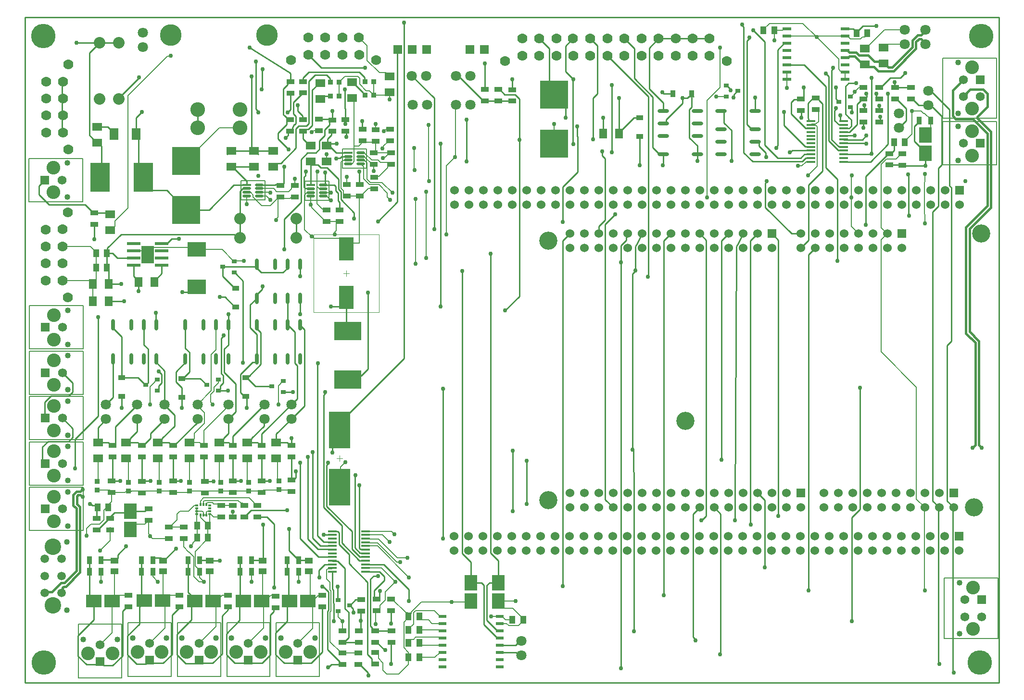
<source format=gtl>
G04*
G04 #@! TF.GenerationSoftware,Altium Limited,Altium Designer,22.9.1 (49)*
G04*
G04 Layer_Physical_Order=1*
G04 Layer_Color=255*
%FSLAX25Y25*%
%MOIN*%
G70*
G04*
G04 #@! TF.SameCoordinates,192EAC5F-EDB1-4AE9-8E86-1F7271081D8D*
G04*
G04*
G04 #@! TF.FilePolarity,Positive*
G04*
G01*
G75*
%ADD11C,0.01000*%
%ADD14C,0.00787*%
%ADD15C,0.00500*%
%ADD18C,0.00394*%
%ADD19C,0.00197*%
%ADD21R,0.06890X0.05709*%
%ADD22R,0.03543X0.05315*%
%ADD23R,0.08898X0.11024*%
%ADD24R,0.04134X0.05512*%
%ADD25R,0.05315X0.03543*%
%ADD26R,0.03543X0.03150*%
%ADD27R,0.05906X0.02362*%
%ADD28O,0.07874X0.02756*%
%ADD29R,0.03583X0.04803*%
%ADD30R,0.04803X0.03583*%
%ADD31R,0.03543X0.03740*%
%ADD32R,0.05926X0.01791*%
G04:AMPARAMS|DCode=33|XSize=59.26mil|YSize=17.91mil|CornerRadius=8.96mil|HoleSize=0mil|Usage=FLASHONLY|Rotation=0.000|XOffset=0mil|YOffset=0mil|HoleType=Round|Shape=RoundedRectangle|*
%AMROUNDEDRECTD33*
21,1,0.05926,0.00000,0,0,0.0*
21,1,0.04135,0.01791,0,0,0.0*
1,1,0.01791,0.02068,0.00000*
1,1,0.01791,-0.02068,0.00000*
1,1,0.01791,-0.02068,0.00000*
1,1,0.01791,0.02068,0.00000*
%
%ADD33ROUNDEDRECTD33*%
%ADD34R,0.12795X0.09843*%
%ADD35C,0.03000*%
%ADD36R,0.06299X0.08071*%
%ADD37R,0.13780X0.20079*%
%ADD38R,0.09264X0.02449*%
%ADD39R,0.05709X0.07087*%
%ADD40O,0.02756X0.07874*%
%ADD41R,0.18504X0.12598*%
%ADD42R,0.15158X0.25197*%
%ADD43R,0.03740X0.03543*%
%ADD44R,0.02402X0.01378*%
%ADD45R,0.01378X0.02402*%
%ADD46R,0.05512X0.04134*%
%ADD47R,0.11024X0.08898*%
%ADD48R,0.05906X0.01772*%
%ADD49R,0.05709X0.02362*%
%ADD50R,0.19685X0.19685*%
%ADD51R,0.07087X0.05709*%
%ADD52R,0.05709X0.06890*%
%ADD53R,0.09843X0.16339*%
%ADD69R,0.09055X0.12205*%
%ADD85C,0.04016*%
%ADD86C,0.06181*%
%ADD87R,0.06181X0.06181*%
%ADD88C,0.09488*%
%ADD102R,0.06181X0.06181*%
%ADD103C,0.01500*%
%ADD104C,0.16929*%
%ADD105C,0.07087*%
%ADD106R,0.06024X0.06024*%
%ADD107C,0.06024*%
%ADD108C,0.12598*%
%ADD109C,0.08000*%
%ADD110C,0.05984*%
%ADD111C,0.11457*%
%ADD112C,0.07000*%
%ADD113C,0.10158*%
%ADD114C,0.15000*%
%ADD115R,0.06000X0.06000*%
D11*
X402000Y170174D02*
G03*
X402000Y170826I-4500J326D01*
G01*
Y340174D02*
G03*
X402000Y340826I-4500J326D01*
G01*
X412909Y130500D02*
G03*
X412909Y130495I4512J0D01*
G01*
X423471Y342531D02*
G03*
X422989Y340564I4029J-2031D01*
G01*
X422012Y160499D02*
G03*
X422012Y160500I-4512J1D01*
G01*
Y170500D02*
G03*
X422011Y170565I-4512J0D01*
G01*
X493473Y342536D02*
G03*
X492988Y340526I4027J-2036D01*
G01*
X213000Y198500D02*
Y209382D01*
X218000Y214382D01*
X500374Y426215D02*
Y484333D01*
Y426215D02*
X503727Y422862D01*
X565000Y428961D02*
Y432500D01*
X561000Y429032D02*
Y435959D01*
X562000Y436959D01*
Y437500D01*
X592969Y451835D02*
X599634Y458500D01*
X606500D01*
X583000Y447500D02*
X583240Y447260D01*
Y445232D02*
Y447260D01*
X590000Y445232D02*
Y447500D01*
X13661Y222839D02*
X14000Y222500D01*
X13661Y222839D02*
Y233551D01*
X15819Y206319D02*
X30103D01*
X12000Y202500D02*
X15819Y206319D01*
X30103D02*
X33020Y209236D01*
X12000Y193000D02*
Y202500D01*
Y193000D02*
X14000Y191000D01*
X218843Y374170D02*
X228000Y365013D01*
Y361000D02*
Y365013D01*
X218843Y374170D02*
Y379586D01*
X194117Y393117D02*
X194500Y393500D01*
X194117Y390660D02*
Y393117D01*
X193372Y389914D02*
X194117Y390660D01*
X193372Y382660D02*
Y389914D01*
X191157Y372158D02*
Y402066D01*
X179500Y360500D02*
X191157Y372158D01*
Y402066D02*
X195646Y406555D01*
X53000Y390559D02*
Y410488D01*
X52945Y410543D02*
Y411134D01*
X50591Y413488D02*
X52945Y411134D01*
X49409Y413488D02*
X50591D01*
X51941Y389500D02*
X53000Y390559D01*
X52945Y410543D02*
X53000Y410488D01*
X77051Y419500D02*
X78500Y418051D01*
Y387910D02*
X85949Y380461D01*
X78500Y387910D02*
Y418051D01*
X48000Y346500D02*
Y357063D01*
X138433Y306500D02*
X145390Y299543D01*
X135000Y306500D02*
X138433D01*
X58012Y303500D02*
X68500D01*
X34500Y207888D02*
X50500Y223888D01*
Y292500D01*
X61949Y157000D02*
X72201D01*
X58614Y153665D02*
X61949Y157000D01*
X72201D02*
X73000Y157799D01*
X82976D01*
X84614Y159437D02*
X85500D01*
X82976Y157799D02*
X84614Y159437D01*
X58114Y152937D02*
X59000D01*
X51657Y146423D02*
X56842Y151608D01*
Y151665D01*
X58114Y152937D01*
X50823Y145500D02*
X51657Y146335D01*
Y146423D01*
X50735Y145500D02*
X50823D01*
X49500Y162000D02*
X50760D01*
X64256Y125307D02*
Y127756D01*
X63189Y124240D02*
X64256Y125307D01*
Y127756D02*
X70000Y133500D01*
X53709Y124240D02*
X63189D01*
X104449Y132000D02*
X104500D01*
X96429Y123980D02*
X104449Y132000D01*
X95500Y123980D02*
X96429D01*
X243272Y96437D02*
X243386D01*
X245657Y102157D02*
X246000Y102500D01*
X243386Y96437D02*
X245657Y98709D01*
Y102157D01*
X253500Y80000D02*
Y89063D01*
X239342Y110801D02*
X241500Y112959D01*
X239342Y78261D02*
Y110801D01*
X237158Y58729D02*
Y108725D01*
X224443Y121439D02*
X237158Y108725D01*
Y58729D02*
X240342Y55544D01*
X239342Y78261D02*
X240509Y77095D01*
X231886Y51563D02*
X237617Y45832D01*
X231000Y51563D02*
X231886D01*
X237617Y44383D02*
Y45832D01*
Y44383D02*
X238000Y44000D01*
X321799Y108299D02*
X328000D01*
X320000Y106500D02*
X321799Y108299D01*
X318000Y79110D02*
X327110Y70000D01*
X318000Y79110D02*
Y106500D01*
X316363Y108137D02*
X318000Y106500D01*
X320000Y82110D02*
X327110Y75000D01*
X320000Y82110D02*
Y106500D01*
X486260Y453240D02*
X489000Y450500D01*
X486063Y453240D02*
X486260D01*
X489000Y450000D02*
Y450500D01*
X484248Y427432D02*
X489500Y422180D01*
Y401000D02*
Y422180D01*
X482189Y435461D02*
X483437D01*
X484248Y434650D01*
Y427432D02*
Y434650D01*
X441500Y448500D02*
X442500Y447500D01*
X449043D01*
X493500Y449260D02*
Y449500D01*
X491000Y445000D02*
X491383Y445383D01*
Y447143D02*
X493500Y449260D01*
X491383Y445383D02*
Y447143D01*
X493500Y449500D02*
X493937D01*
X498000Y406721D02*
Y493959D01*
Y406721D02*
X504221Y400500D01*
X497000Y494959D02*
Y495500D01*
Y494959D02*
X498000Y493959D01*
X500374Y484333D02*
X502000Y485959D01*
Y486500D01*
X586500Y406000D02*
Y458500D01*
X60063Y179000D02*
X66000D01*
X150500Y154063D02*
X151772Y155335D01*
X156500Y158500D02*
X181500D01*
X45541Y163000D02*
X46541Y162000D01*
X45000Y163000D02*
X45541D01*
X46541Y162000D02*
X49500D01*
X606500Y458500D02*
X610000Y462000D01*
X34500Y187500D02*
Y207888D01*
X25811Y254000D02*
X33020Y246791D01*
Y209236D02*
Y215291D01*
X25811Y222500D02*
X33020Y215291D01*
X30103Y237819D02*
X33020Y240736D01*
Y246791D01*
X638988Y272858D02*
X642012Y275882D01*
Y382369D01*
X640520Y383861D02*
X642012Y382369D01*
X640520Y383861D02*
Y436480D01*
X627500Y449500D02*
X640520Y436480D01*
X402000Y170826D02*
Y340174D01*
Y170826D02*
Y170826D01*
Y340826D02*
Y340826D01*
Y166000D02*
X402293Y165707D01*
X402012Y350186D02*
Y357012D01*
X402000Y350174D02*
X402012Y350186D01*
Y357012D02*
X409000Y364000D01*
X402000Y340826D02*
Y350174D01*
X402293Y165707D02*
X407500Y160500D01*
X402000Y166000D02*
Y170174D01*
X521500Y477929D02*
X526071Y482500D01*
X520500Y410541D02*
X521500Y411541D01*
X520500Y410000D02*
Y410541D01*
X521500Y411541D02*
Y477929D01*
X540665Y410835D02*
X542130D01*
X526000Y425500D02*
Y435000D01*
Y425500D02*
X540665Y410835D01*
X542303Y410661D02*
X544583D01*
X542130Y410835D02*
X542303Y410661D01*
X581083Y435835D02*
X581500Y436252D01*
X581000Y424000D02*
X581083Y424083D01*
X581500Y436252D02*
Y439500D01*
X581083Y424083D02*
Y427961D01*
X565386Y428575D02*
X567417D01*
X565000Y428961D02*
X565386Y428575D01*
X561000Y429032D02*
X563843Y426189D01*
X559000Y415678D02*
Y463959D01*
X557000Y414850D02*
Y459500D01*
X555000Y396313D02*
X562988Y388324D01*
X560000Y464959D02*
Y465500D01*
X555000Y396313D02*
Y452500D01*
Y461500D02*
X557000Y459500D01*
X559000Y415678D02*
X563843Y410835D01*
X557000Y414850D02*
X563574Y408276D01*
X540000Y467500D02*
X555000Y452500D01*
X559000Y463959D02*
X560000Y464959D01*
X571937Y438260D02*
X573000Y437197D01*
Y434500D02*
Y437197D01*
X568500Y433452D02*
Y452743D01*
X570889Y431063D02*
X572461Y429491D01*
Y425099D02*
Y429491D01*
X568500Y433452D02*
X570889Y431063D01*
X570889D01*
X568500Y452743D02*
X570576Y454819D01*
X576500Y426310D02*
Y440264D01*
X580197Y443961D01*
X571261Y421071D02*
X576500Y426310D01*
X580197Y443961D02*
X581083D01*
X581968D01*
X591272D02*
X592083D01*
X590000Y445232D02*
X591272Y443961D01*
X598000Y412500D02*
Y447500D01*
X592000Y439500D02*
X592083Y439417D01*
X585925Y400425D02*
X598000Y412500D01*
X592083Y435835D02*
Y439417D01*
X581968Y443961D02*
X583240Y445232D01*
X592083Y451835D02*
X592969D01*
X570991Y423630D02*
X572461Y425099D01*
X567591Y423630D02*
X570991D01*
X567591Y421071D02*
X571261D01*
X567417Y420898D02*
X567591Y421071D01*
X575819Y454819D02*
X576000Y455000D01*
X567417Y423457D02*
X567591Y423630D01*
X570576Y454819D02*
X575819D01*
X537500Y436063D02*
X538000Y435563D01*
Y431000D02*
Y435563D01*
X592500Y428378D02*
Y431563D01*
X592083Y427961D02*
X592500Y428378D01*
X538228Y443937D02*
X539500Y445209D01*
X533000Y443500D02*
X537500D01*
Y443937D02*
X538228D01*
X539500Y445209D02*
Y452000D01*
X562000Y444063D02*
Y452000D01*
X562791Y443075D02*
X563866Y442000D01*
X562791Y443075D02*
Y443272D01*
X563866Y442000D02*
X564063D01*
X562000Y444063D02*
X562791Y443272D01*
X567244Y426189D02*
X567417Y426016D01*
X563843Y426189D02*
X567244D01*
X552500Y393923D02*
Y440500D01*
X550157Y442842D02*
X552500Y440500D01*
X542988Y384412D02*
X552500Y393923D01*
X546609Y445109D02*
X548213D01*
X550157Y443165D01*
Y442842D02*
Y443165D01*
X542500Y441000D02*
X546609Y445109D01*
X542500Y430657D02*
Y441000D01*
X543168Y428575D02*
X544583D01*
X542783Y428961D02*
X543168Y428575D01*
X542500Y430657D02*
X542783Y430375D01*
Y428961D02*
Y430375D01*
X531000Y433638D02*
Y441500D01*
X533000Y443500D01*
X531000Y433638D02*
X541009Y423630D01*
X602500Y452417D02*
X603083Y451835D01*
X602500Y452417D02*
Y455500D01*
X603083Y451835D02*
X614083D01*
X616250Y414467D02*
X619505Y411213D01*
X616250Y414467D02*
Y424801D01*
X619563Y428114D02*
Y429000D01*
X616250Y424801D02*
X619563Y428114D01*
X567524Y415673D02*
X580173D01*
X583000Y418500D01*
X582780Y413221D02*
X583000Y413000D01*
X567417Y413221D02*
X582780D01*
X586117Y405617D02*
X586500Y406000D01*
X412909Y130495D02*
X413000Y49000D01*
X412909Y130500D02*
Y140504D01*
X603968Y443961D02*
X610543Y437386D01*
X603083Y443961D02*
X603968D01*
X610543Y429043D02*
Y437386D01*
X605500Y424000D02*
X610543Y429043D01*
X619429Y439500D02*
X627500D01*
X614083Y443961D02*
X614968D01*
X619429Y439500D01*
X541009Y423630D02*
X544410D01*
X544583Y423457D01*
X567417Y400425D02*
X585925D01*
X537500Y340500D02*
X542988Y345988D01*
Y384412D01*
X538698Y400500D02*
X541009Y402811D01*
X504221Y400500D02*
X538698D01*
X541009Y402811D02*
X544410D01*
X544583Y402984D01*
X531119Y350500D02*
X537500D01*
X512988Y368631D02*
X531119Y350500D01*
X514000Y386459D02*
Y387000D01*
X512988Y385447D02*
X514000Y386459D01*
X512988Y368631D02*
Y385447D01*
X512500Y412000D02*
Y483500D01*
X521500Y403000D02*
X537500D01*
X512500Y412000D02*
X521500Y403000D01*
X612250Y363250D02*
Y391250D01*
X612000Y391500D02*
X612250Y391250D01*
Y363250D02*
X612500Y363000D01*
X507685Y414201D02*
X508496Y413390D01*
Y411323D02*
Y413390D01*
Y411323D02*
X513318Y406500D01*
Y403682D02*
Y406500D01*
Y403682D02*
X513500Y403500D01*
X505811Y414201D02*
X507685D01*
X465811Y401189D02*
Y405539D01*
Y401189D02*
X466000Y401000D01*
X402012Y360012D02*
Y402488D01*
X400000Y404500D02*
X402012Y402488D01*
X400000Y404500D02*
Y407500D01*
X397500Y355500D02*
X402012Y360012D01*
X397500Y350500D02*
Y355500D01*
X393500Y416000D02*
Y444456D01*
X567417Y418339D02*
X567585Y418506D01*
X574833D02*
X575000Y418673D01*
X567585Y418506D02*
X574833D01*
X526071Y482500D02*
X527843D01*
Y467500D02*
X540000D01*
X562988Y331596D02*
Y388324D01*
Y331596D02*
X563084Y331500D01*
X412909Y140504D02*
X413000Y329672D01*
X412910Y330591D02*
Y342290D01*
X413202Y342583D02*
X416608Y345988D01*
X412910Y330591D02*
X413000Y330500D01*
X413000Y329672D02*
X413000Y330500D01*
X412910Y342290D02*
X413202Y342583D01*
X302909Y324659D02*
X303000Y324750D01*
X302909Y128631D02*
Y324659D01*
X422831Y329495D02*
X422831Y329509D01*
X422831Y325169D02*
X423000Y325000D01*
X422831Y325169D02*
Y329495D01*
X421000Y322757D02*
X423000Y324757D01*
X422831Y329509D02*
X422989Y340564D01*
X423000Y324757D02*
Y325000D01*
X421000Y200500D02*
Y322757D01*
X564965Y408276D02*
X565138Y408102D01*
X563574Y408276D02*
X564965D01*
X565138Y408102D02*
X567417D01*
X372500Y358500D02*
Y382799D01*
X383000Y393299D01*
Y417598D01*
X382481Y418118D02*
X383000Y417598D01*
X382481Y418118D02*
Y425000D01*
X379617Y456051D02*
Y457117D01*
X379481Y455914D02*
X379617Y456051D01*
Y457117D02*
X380000Y457500D01*
X379481Y413560D02*
Y455914D01*
X380000Y412500D02*
Y413041D01*
X379481Y413560D02*
X380000Y413041D01*
X582500Y356500D02*
Y390386D01*
X598114Y406000D01*
X599000D01*
X628988Y365608D02*
X632988Y369607D01*
X628988Y165012D02*
Y365608D01*
Y165012D02*
X633500Y160500D01*
X432500Y451000D02*
X442189Y441311D01*
X432500Y479400D02*
X438900Y485800D01*
X432500Y451000D02*
Y479400D01*
X442189Y435461D02*
Y441311D01*
X438900Y485800D02*
X450800D01*
X462600D01*
X474400D01*
X461957Y446890D02*
Y447500D01*
Y438235D02*
Y446890D01*
X465811Y405539D02*
Y411509D01*
X460374Y416946D02*
X465811Y411509D01*
X460374Y416946D02*
Y436653D01*
X461957Y438235D01*
Y446890D02*
X463248Y445598D01*
X506000Y435650D02*
Y445000D01*
X505811Y435461D02*
X506000Y435650D01*
X504500Y491500D02*
X512500Y483500D01*
X567417Y415779D02*
X567524Y415673D01*
X426047Y398047D02*
Y417996D01*
X426000Y418043D02*
X426047Y417996D01*
X442095Y398095D02*
X442189Y398189D01*
X442000Y398000D02*
X442095Y398095D01*
X442189Y398189D02*
Y405539D01*
X435000Y410169D02*
X439630Y405539D01*
X442189D01*
X435000Y410169D02*
Y445328D01*
X422100Y458228D02*
X435000Y445328D01*
X415300Y485800D02*
X422100Y479000D01*
Y458228D02*
Y479000D01*
X432012Y321553D02*
Y445488D01*
X403500Y474000D02*
X432012Y445488D01*
X503727Y422862D02*
X505811D01*
X563843Y410835D02*
X567244D01*
X567417Y410661D01*
X337500Y450374D02*
Y457500D01*
X374500Y463000D02*
X380000Y457500D01*
X374500Y463000D02*
Y480600D01*
X567417Y405543D02*
X584914D01*
X584988Y405617D01*
X586117D01*
X374500Y480600D02*
X379700Y485800D01*
X406500Y407000D02*
Y453500D01*
X400500Y420012D02*
Y431000D01*
X400488Y420000D02*
X400500Y420012D01*
X374500Y431000D02*
Y438929D01*
X366500Y446929D02*
X374500Y438929D01*
X396700Y447656D02*
Y480800D01*
X391700Y485800D02*
X396700Y480800D01*
X393500Y444456D02*
X396700Y447656D01*
X318500Y450437D02*
Y468500D01*
X363100Y450329D02*
X366500Y446929D01*
X363100Y450329D02*
Y479000D01*
X356300Y485800D02*
X363100Y479000D01*
X301342Y458835D02*
X317614Y442563D01*
X299665Y458835D02*
X301342D01*
X317614Y442563D02*
X318500D01*
X298500Y460000D02*
X299665Y458835D01*
X339521Y447029D02*
X342500Y444051D01*
X332294Y447029D02*
X339521D01*
X328886Y450437D02*
X332294Y447029D01*
X328000Y450437D02*
X328886D01*
X342500Y307000D02*
Y444051D01*
X318500Y442563D02*
X328000D01*
X328563Y442500D02*
X337500D01*
X124000Y178437D02*
Y195563D01*
X332750Y297250D02*
X342500Y307000D01*
X537500Y403000D02*
X540043Y405543D01*
X544583D01*
X530000Y407000D02*
X530541D01*
X531644Y408102D01*
X544583D01*
X444248Y427610D02*
Y429741D01*
X442189Y426799D02*
X443437D01*
X444248Y427610D01*
Y429741D02*
X455500Y440993D01*
Y444500D01*
X460665Y445598D02*
X461957Y446890D01*
X460055Y445598D02*
X460665D01*
X458957Y444500D02*
X460055Y445598D01*
X455500Y444500D02*
X458957D01*
X411500Y420579D02*
Y444500D01*
Y420012D02*
Y420579D01*
X421878Y430957D02*
X426000D01*
X411500Y420579D02*
X421878Y430957D01*
X411500Y420012D02*
X411512Y420000D01*
X205400Y465500D02*
X235500D01*
X196200Y474700D02*
X205400Y465500D01*
X222000Y426500D02*
Y429437D01*
X160000Y437041D02*
X161750Y435291D01*
Y434750D02*
Y435291D01*
X160000Y437041D02*
Y470000D01*
X140055Y405657D02*
X142409Y408012D01*
X159091D02*
X161445Y405657D01*
X157000Y409512D02*
Y459500D01*
Y409512D02*
X158500Y408012D01*
X142409D02*
X143000D01*
X164250Y464250D02*
X164500Y464500D01*
X164250Y450750D02*
Y464250D01*
X262650Y264051D02*
Y496850D01*
X262500Y497000D02*
X262650Y496850D01*
X182000Y434743D02*
X184000Y436743D01*
Y448063D01*
X182000Y434500D02*
Y434743D01*
X183351Y462149D02*
X183937Y461563D01*
X155500Y479500D02*
X183351Y462149D01*
X183937Y456000D02*
Y461563D01*
X244500Y359000D02*
X258000Y372500D01*
Y477988D01*
X182377Y418877D02*
Y420440D01*
X180500Y417000D02*
X182377Y418877D01*
Y420440D02*
X183500Y421563D01*
X180500Y417000D02*
Y417000D01*
X195044Y381782D02*
X195056Y381769D01*
X194250Y381782D02*
X195044D01*
X195056Y381769D02*
X197683D01*
X193372Y382660D02*
X194250Y381782D01*
X215250Y380350D02*
X216843Y378757D01*
X217250Y381178D02*
Y388250D01*
Y381178D02*
X218843Y379586D01*
X215250Y380350D02*
Y383114D01*
X216843Y373342D02*
Y378757D01*
X209366Y396134D02*
X217250Y388250D01*
X214187Y384177D02*
X215250Y383114D01*
X208000Y384177D02*
X214187D01*
X204934Y396134D02*
X209366D01*
X219257Y403849D02*
X223683D01*
X218291Y402883D02*
X219257Y403849D01*
X216140Y402883D02*
X218291D01*
X215757Y402500D02*
X216140Y402883D01*
X216843Y373342D02*
X218000Y372184D01*
X306000Y429500D02*
Y430500D01*
Y400500D02*
Y429500D01*
X283500Y353500D02*
Y429365D01*
X283543Y429409D01*
Y444457D01*
X288000Y300000D02*
Y413000D01*
X179157Y396657D02*
X179500Y397000D01*
X179157Y385209D02*
Y396657D01*
X177100Y399342D02*
X187657Y409900D01*
Y423271D01*
X174354Y399342D02*
X177100D01*
X172000Y396988D02*
X174354Y399342D01*
X174386Y384437D02*
X175000Y385051D01*
X179000D02*
X179157Y385209D01*
X175000Y385051D02*
X179000D01*
X207658Y422708D02*
X210842Y425893D01*
X207658Y418590D02*
Y422708D01*
X204055Y414988D02*
X207658Y418590D01*
X212114Y429374D02*
X213000D01*
X210842Y428102D02*
X212114Y429374D01*
X210842Y425893D02*
Y428102D01*
X222000Y421563D02*
X222500Y421063D01*
Y417500D02*
Y421063D01*
X208000Y384177D02*
Y393000D01*
X231500Y384937D02*
Y393500D01*
Y384937D02*
X232000Y384437D01*
X198366Y398134D02*
X202934D01*
X204934Y396134D01*
X198000Y398500D02*
X198366Y398134D01*
X431500Y320500D02*
Y321041D01*
X432012Y321553D01*
X190461Y329311D02*
X190480Y329291D01*
Y321020D02*
Y329291D01*
Y321020D02*
X190500Y321000D01*
X268000Y460000D02*
X283543Y444457D01*
X210488Y413000D02*
X216000D01*
X210000Y411512D02*
Y411921D01*
X209705Y412217D02*
X210488Y413000D01*
X209000Y411512D02*
X209705Y412217D01*
Y416264D01*
X212255Y418814D01*
Y420755D01*
X213000Y421500D01*
X204055Y409146D02*
Y414988D01*
X197683Y381769D02*
X197835Y381618D01*
X218000Y366937D02*
Y372184D01*
X198000Y398500D02*
Y400488D01*
X197835Y384177D02*
Y398500D01*
X195646Y406555D02*
X201464D01*
X204055Y409146D01*
X189000Y435500D02*
Y439500D01*
X192377Y429560D02*
X192500Y429437D01*
X189000Y435500D02*
X192377Y432123D01*
Y429560D02*
Y432123D01*
X186000Y433488D02*
X187657Y431830D01*
X186000Y425000D02*
Y425580D01*
X185249Y422835D02*
Y424249D01*
X187657Y427044D02*
Y431830D01*
X186000Y425580D02*
X186586Y426165D01*
X183500Y421563D02*
X183977D01*
X185249Y422835D01*
Y424249D02*
X186000Y425000D01*
X186779Y426165D02*
X187657Y427044D01*
X186000Y433488D02*
Y441626D01*
X186586Y426165D02*
X186779D01*
X186000Y441626D02*
X192500Y448126D01*
X175383Y416117D02*
X182500Y409000D01*
X175383Y416117D02*
Y420205D01*
X181342Y426165D01*
X213000Y429374D02*
Y435500D01*
X204386Y429937D02*
X212437D01*
X203500D02*
X204386D01*
X212437D02*
X213000Y429374D01*
X179500Y339500D02*
Y360500D01*
X173402Y384339D02*
X173500Y384437D01*
X162333Y384339D02*
X173402D01*
X164117Y311826D02*
Y313617D01*
X164500Y314000D01*
X160539Y305689D02*
Y308248D01*
X164117Y311826D01*
X188000Y347500D02*
Y361000D01*
X147414Y347500D02*
X149000D01*
X66500Y350000D02*
X144914D01*
X147414Y347500D01*
X57000Y337260D02*
Y340500D01*
X56740Y337000D02*
X57000Y337260D01*
Y340500D02*
X66500Y350000D01*
X163500Y323500D02*
X178547D01*
X160539Y326461D02*
Y328311D01*
Y326461D02*
X163500Y323500D01*
X160539Y328311D02*
Y329311D01*
X178547Y323500D02*
X181799Y326752D01*
Y329311D01*
X159728Y327500D02*
X160539Y328311D01*
X137063Y327500D02*
X159728D01*
X137063Y320783D02*
Y327500D01*
Y320783D02*
X145390Y312457D01*
X146000D01*
X145390Y299543D02*
X146000D01*
X190480Y294520D02*
X190500Y294500D01*
X190461Y305689D02*
X190480Y305669D01*
Y294520D02*
Y305669D01*
X140961Y287311D02*
Y294461D01*
X141000Y294500D01*
X226358Y252000D02*
X233000D01*
X223500Y249142D02*
X226358Y252000D01*
X237500Y256500D02*
Y309500D01*
X233000Y252000D02*
X237500Y256500D01*
X115512Y310000D02*
X119000Y313488D01*
X109000Y310000D02*
X115512D01*
X78488Y310512D02*
Y317000D01*
Y310512D02*
X78500Y310500D01*
X222500Y304421D02*
Y306169D01*
Y284000D02*
Y304421D01*
Y284000D02*
X223500Y283000D01*
X218079Y300000D02*
X222500Y304421D01*
X212000Y300000D02*
X218079D01*
X153000Y237543D02*
X153500Y237043D01*
X151709Y238835D02*
X153000Y237543D01*
X156000Y285221D02*
Y301150D01*
X159854Y303503D02*
X160175Y303825D01*
X156000Y301150D02*
X160539Y305689D01*
X156000Y285221D02*
X160539Y280682D01*
X181799Y287311D02*
Y305689D01*
X58012Y315500D02*
X66500D01*
X145134Y323760D02*
X146209Y322685D01*
Y322488D02*
Y322685D01*
X144937Y323760D02*
X145134D01*
X146209Y322488D02*
X151000Y317697D01*
Y261000D02*
Y317697D01*
X153000Y250457D02*
X154291Y251748D01*
X155227D01*
X163417Y259938D01*
Y281874D01*
X160539Y284752D02*
X163417Y281874D01*
X160539Y284752D02*
Y287311D01*
Y262244D02*
Y263689D01*
Y280682D01*
X181799Y287311D02*
X187000Y282110D01*
Y260521D02*
Y282110D01*
Y260521D02*
X188500Y259020D01*
Y236000D02*
Y259020D01*
X184500Y232000D02*
X188500Y236000D01*
X193500Y231000D02*
Y284000D01*
X190461Y285227D02*
X191272Y284416D01*
X190461Y287039D02*
X193500Y284000D01*
X184500Y222000D02*
X193500Y231000D01*
X190325Y287175D02*
X190461Y287039D01*
X184750Y208750D02*
X185000Y209000D01*
X190461Y285227D02*
Y287039D01*
Y287311D01*
X136083Y253358D02*
Y278042D01*
Y253358D02*
X137209Y252232D01*
Y247044D02*
Y252232D01*
X146043Y227043D02*
Y246225D01*
X141000Y222000D02*
X146043Y227043D01*
X138083Y254186D02*
X146043Y246225D01*
X138083Y254186D02*
Y270500D01*
X140961Y273378D02*
Y287311D01*
X138083Y270500D02*
X140961Y273378D01*
X135209Y242835D02*
Y245044D01*
X137209Y247044D01*
X136083Y278042D02*
X137500Y279459D01*
Y280000D01*
X184500Y179437D02*
X185772Y180709D01*
X186914D02*
X187500Y181295D01*
X185772Y180709D02*
X186914D01*
X187500Y181295D02*
Y185500D01*
X184500Y208500D02*
X184750Y208750D01*
X184500Y203437D02*
Y208500D01*
X372500Y345500D02*
X377500Y350500D01*
X372500Y106000D02*
Y345500D01*
X289500Y139000D02*
Y242000D01*
X290500Y243000D01*
X207008Y141508D02*
X213075D01*
X207000Y141500D02*
X207008Y141508D01*
X213075D02*
X213083Y141516D01*
X202500Y258914D02*
X202617Y259032D01*
Y260117D02*
X203000Y260500D01*
X202617Y259032D02*
Y260117D01*
X202500Y141000D02*
Y258914D01*
Y141000D02*
X206929Y136571D01*
X199294Y139206D02*
Y198881D01*
Y139206D02*
X204488Y134012D01*
X206929Y136571D02*
X212909D01*
X204488Y134012D02*
X212910D01*
X196000Y138500D02*
Y195500D01*
Y138500D02*
X203047Y131453D01*
X212909D01*
X190500Y139000D02*
Y191500D01*
Y139000D02*
X203165Y126335D01*
X212909D01*
X502500Y150086D02*
X502617Y149969D01*
X502500Y150086D02*
Y345500D01*
X502617Y148883D02*
X503000Y148500D01*
X502617Y148883D02*
Y149969D01*
X572909Y81591D02*
X573000Y81500D01*
X572909Y81591D02*
Y153529D01*
X578500Y159119D01*
Y243500D01*
X134134Y241760D02*
X140240D01*
X133937D02*
X134134D01*
X140240D02*
X140500Y241500D01*
X178937Y240760D02*
X179197Y240500D01*
X185500D01*
X206921Y160570D02*
Y238421D01*
X207617Y239117D02*
Y240117D01*
X206921Y238421D02*
X207617Y239117D01*
Y240117D02*
X208000Y240500D01*
X206921Y160570D02*
X219535Y147956D01*
Y135775D02*
X231708Y123602D01*
X219535Y135775D02*
Y147956D01*
X217535Y134947D02*
Y143023D01*
Y134947D02*
X224443Y128039D01*
Y121439D02*
Y128039D01*
X231708Y123602D02*
X235917D01*
X216657Y143902D02*
X217535Y143023D01*
X208921Y189880D02*
X210000Y190959D01*
Y191500D01*
X226443Y131696D02*
Y143876D01*
X208921Y161398D02*
X226443Y143876D01*
Y131696D02*
X231804Y126335D01*
X235744D01*
X266000Y95500D02*
Y103743D01*
X248699Y121043D02*
X266000Y103743D01*
X235917Y121043D02*
X248699D01*
X226209Y91228D02*
X227117Y90320D01*
Y87883D02*
Y90320D01*
Y87883D02*
X227500Y87500D01*
X224937Y92500D02*
X225134D01*
X226209Y91425D01*
Y91228D02*
Y91425D01*
X220886Y67063D02*
X231333D01*
X220000D02*
X220886D01*
X224158Y70335D01*
Y87812D01*
X221665Y90304D02*
X224158Y87812D01*
X221665Y90304D02*
Y118421D01*
X216657Y123429D02*
X221665Y118421D01*
X213256Y123429D02*
X216657D01*
X213083Y123602D02*
X213256Y123429D01*
X213657Y94156D02*
X213791Y94022D01*
Y81791D02*
X214083Y81500D01*
X213791Y81791D02*
Y94022D01*
X209583Y61980D02*
X217843Y53720D01*
X209583Y61980D02*
Y88595D01*
X210157Y89170D01*
X206487Y105500D02*
X210157Y101830D01*
Y89170D02*
Y101830D01*
X203500Y117000D02*
X207543Y121043D01*
X203617Y112383D02*
X204000Y112000D01*
X207543Y121043D02*
X213083D01*
X203617Y112383D02*
Y114924D01*
X203500Y115041D02*
Y117000D01*
Y115041D02*
X203617Y114924D01*
X213083Y103855D02*
Y115925D01*
X213657Y94156D02*
Y103280D01*
X213083Y103855D02*
X213657Y103280D01*
X206000Y105500D02*
X206487D01*
X216500Y96803D02*
Y105500D01*
X242000Y97709D02*
X243272Y96437D01*
X242000Y97709D02*
Y103000D01*
X249000Y110000D01*
X241500Y112959D02*
X244459D01*
X244500Y113000D01*
X249000Y110000D02*
Y112743D01*
X245743Y116000D02*
X249000Y112743D01*
X235992Y116000D02*
X245743D01*
X542909Y103091D02*
Y335909D01*
Y103091D02*
X543000Y103000D01*
X542909Y335909D02*
X547500Y340500D01*
X219114Y51563D02*
X220000D01*
X212180D02*
X219114D01*
X210117Y49500D02*
X212180Y51563D01*
X210000Y49500D02*
X210117D01*
X416608Y345988D02*
Y349607D01*
X417500Y350500D01*
X633500Y52000D02*
Y52541D01*
X632909Y53132D02*
Y159909D01*
X633500Y160500D01*
X632909Y53132D02*
X633500Y52541D01*
X512500Y119000D02*
Y165500D01*
X468757Y151750D02*
X469007D01*
X472012Y154754D01*
X492000Y151500D02*
X492008Y151508D01*
Y156365D01*
X492012Y156369D01*
Y160476D01*
X442500Y99500D02*
Y345500D01*
X502500D02*
X507500Y350500D01*
X208921Y161398D02*
Y189880D01*
X235744Y126335D02*
X235917Y126161D01*
X184500Y179437D02*
Y195563D01*
X228500Y132468D02*
X232074Y128894D01*
X228500Y132468D02*
Y181959D01*
X231465Y132331D02*
Y175965D01*
X231500Y176000D01*
X231465Y132331D02*
X232343Y131453D01*
X229000Y182459D02*
Y183000D01*
X228500Y181959D02*
X229000Y182459D01*
X232074Y128894D02*
X235744D01*
X235917Y128720D01*
X235744Y131453D02*
X235917Y131280D01*
X232343Y131453D02*
X235744D01*
X212909Y136571D02*
X213083Y136398D01*
X212909Y131453D02*
X213083Y131280D01*
X183000Y130437D02*
Y145500D01*
Y130437D02*
X189437Y124000D01*
X218000Y219402D02*
X262650Y264051D01*
X218000Y214382D02*
Y219402D01*
X322500Y129041D02*
X328000Y123541D01*
X322500Y129041D02*
Y336500D01*
X149098Y240279D02*
X150542Y238835D01*
X149098Y252869D02*
X157661Y261432D01*
X149098Y240279D02*
Y252869D01*
X150542Y238835D02*
X151709D01*
X159728Y261432D02*
X160539Y262244D01*
X157661Y261432D02*
X159728D01*
X153500Y229500D02*
Y237043D01*
X153610Y250457D02*
X159567Y244500D01*
X153000Y250457D02*
X153610D01*
X159567Y244500D02*
X171063D01*
X134134Y241760D02*
X135209Y242835D01*
X96500Y232000D02*
X96709Y232209D01*
Y255382D01*
X90961Y261130D02*
X96709Y255382D01*
X92500Y255000D02*
X94709Y252791D01*
Y247044D02*
Y252791D01*
X92709Y245044D02*
X94709Y247044D01*
X92709Y242835D02*
Y245044D01*
X91634Y241760D02*
X92709Y242835D01*
X91437Y241760D02*
X91634D01*
X235917Y115925D02*
X235992Y116000D01*
X153335Y155335D02*
X156500Y158500D01*
X151772Y155335D02*
X153335D01*
X167437Y154063D02*
X172500Y149000D01*
X161000Y154063D02*
X167437D01*
X172500Y105000D02*
Y149000D01*
X152638Y95500D02*
X153012D01*
X149063Y116000D02*
Y124000D01*
Y99449D02*
Y116000D01*
Y99449D02*
X153012Y95500D01*
X347500Y163000D02*
Y193000D01*
X482500Y345500D02*
X487500Y350500D01*
X482500Y193500D02*
Y345500D01*
X422000Y74500D02*
X422012Y160499D01*
X421586Y199914D02*
X422011Y170565D01*
X423471Y342531D02*
X427500Y350500D01*
X421000Y200500D02*
X421586Y199914D01*
X422012Y160500D02*
Y170500D01*
X338000Y158000D02*
Y200000D01*
X109110Y249957D02*
X121409D01*
X108500D02*
X109110D01*
X121409D02*
X125866Y245500D01*
X126063D01*
X111039Y271096D02*
X113917Y268218D01*
Y254764D02*
Y268218D01*
X111039Y271096D02*
Y287311D01*
X109110Y249957D02*
X113917Y254764D01*
X111039Y261130D02*
Y263689D01*
X104598Y254689D02*
X111039Y261130D01*
X104598Y247544D02*
Y254689D01*
Y247544D02*
X108500Y243642D01*
Y237043D02*
Y243642D01*
X90961Y261130D02*
Y263689D01*
X83563Y245500D02*
X83760D01*
X82299Y273378D02*
Y287311D01*
Y273378D02*
X85177Y270500D01*
Y246917D02*
Y270500D01*
X83760Y245500D02*
X85177Y246917D01*
X67000Y250457D02*
X78409D01*
X83366Y245500D01*
X83563D01*
X67000Y250457D02*
Y279000D01*
X61039Y284961D02*
X67000Y279000D01*
X61039Y284961D02*
Y287311D01*
X108500Y229500D02*
Y237043D01*
X67000Y229500D02*
Y237543D01*
X61039Y237039D02*
Y263689D01*
X56000Y232000D02*
X61039Y237039D01*
X216500Y96803D02*
X217063Y96240D01*
X229071Y96437D02*
X233000D01*
X225134Y92500D02*
X229071Y96437D01*
X241781Y74937D02*
X242667D01*
X240509Y76209D02*
X241781Y74937D01*
X240509Y76209D02*
Y77095D01*
X206000Y60110D02*
Y91720D01*
X198390Y52500D02*
X206000Y60110D01*
X172428Y88377D02*
Y89991D01*
X170072Y86021D02*
X172428Y88377D01*
Y89991D02*
X173500Y91063D01*
X115189Y91551D02*
X119138Y95500D01*
X113063Y101575D02*
X119138Y95500D01*
X217843Y52835D02*
X219114Y51563D01*
X217843Y52835D02*
Y53720D01*
X242667Y74937D02*
X254000D01*
X232500Y76104D02*
Y82000D01*
X231333Y74937D02*
X232500Y76104D01*
Y82000D02*
Y88063D01*
X233000Y88563D01*
X213083Y144075D02*
X213256Y143902D01*
X240342Y53335D02*
Y55544D01*
Y53335D02*
X241614Y52063D01*
X213256Y143902D02*
X216657D01*
X241614Y52063D02*
X242500D01*
X189437Y124000D02*
X195551D01*
X212910Y134012D02*
X213083Y133839D01*
X165000Y124240D02*
Y148500D01*
X164500Y123740D02*
X165000Y124240D01*
X212909Y126335D02*
X213083Y126161D01*
X249115Y61500D02*
X249500D01*
X243552Y67063D02*
X249115Y61500D01*
X242667Y67063D02*
X243552D01*
X253500Y52000D02*
Y66563D01*
X254000Y67063D01*
X599886Y406000D02*
X602260Y408374D01*
X599000Y406000D02*
X599886D01*
X602260Y408374D02*
Y414000D01*
X620051Y411213D02*
X624000Y407264D01*
X619505Y411213D02*
X620051D01*
X624000Y406201D02*
Y407264D01*
X608000Y398063D02*
X608563Y397500D01*
X624000D01*
X607937Y398126D02*
X608000Y398063D01*
X599000Y398126D02*
X607937D01*
X624000Y397500D02*
Y406201D01*
X627500Y439500D02*
X635157Y431843D01*
Y398158D02*
Y431843D01*
X632988Y395988D02*
X635157Y398158D01*
X134760Y123740D02*
X135000Y123500D01*
X127740Y124000D02*
X128000Y123740D01*
X134760D01*
X481883Y58883D02*
Y60035D01*
X481500Y58500D02*
X481883Y58883D01*
Y60035D02*
X481933Y60086D01*
Y156067D01*
X90500Y295500D02*
X90730Y295270D01*
Y287541D02*
X90961Y287311D01*
X90730Y287541D02*
Y295270D01*
X632988Y369607D02*
Y395988D01*
X638988Y165012D02*
Y272858D01*
Y165012D02*
X643500Y160500D01*
X477500D02*
X481933Y156067D01*
X462909Y70632D02*
Y155909D01*
Y70632D02*
X464750Y68791D01*
Y68250D02*
Y68791D01*
X462909Y155909D02*
X467500Y160500D01*
X472012Y154754D02*
Y345988D01*
X467500Y350500D02*
X472012Y345988D01*
X492012Y160476D02*
X492988Y340526D01*
X493473Y342536D02*
X497500Y350500D01*
X643500Y46000D02*
Y46541D01*
X642909Y47132D02*
X643500Y46541D01*
X642909Y47132D02*
Y159909D01*
X643500Y160500D01*
X507500Y170500D02*
X512500Y165500D01*
X88437Y125500D02*
X93980D01*
X522012Y154512D02*
Y345988D01*
X517500Y350500D02*
X522012Y345988D01*
X522000Y154500D02*
X522012Y154512D01*
X442500Y345500D02*
X447500Y350500D01*
X144063Y179000D02*
X149500D01*
X144000Y178937D02*
X144063Y179000D01*
X124563Y178500D02*
X130500D01*
X124500Y178437D02*
X124563Y178500D01*
X102563Y179000D02*
X108000D01*
X102500Y178937D02*
X102563Y179000D01*
X81563D02*
X87000D01*
X81000Y178437D02*
X81563Y179000D01*
X164000Y178937D02*
X168937D01*
X60000D02*
X60063Y179000D01*
X189000Y54500D02*
X191000Y52500D01*
X198390D01*
X49500Y154937D02*
Y161740D01*
X50760Y163000D01*
X328000Y108299D02*
Y123541D01*
X309000Y108299D02*
Y122541D01*
X302909Y128631D02*
X309000Y122541D01*
X156937Y124000D02*
X164240D01*
X164500Y123740D01*
X182500Y98638D02*
X185638Y95500D01*
X181563Y116000D02*
X182500Y115063D01*
Y98638D02*
Y115063D01*
X181563Y116000D02*
Y124000D01*
X150512Y95500D02*
X151201D01*
X170072Y58432D02*
Y86021D01*
X136447Y59057D02*
Y85396D01*
X101822Y58682D02*
Y85771D01*
X67500Y57610D02*
Y88449D01*
X47701Y82565D02*
Y95500D01*
X120874Y124000D02*
X127740D01*
X116638Y95500D02*
X117701D01*
X113063Y101575D02*
Y116000D01*
X113000Y116063D02*
X113063Y116000D01*
X113000Y116063D02*
Y124000D01*
X93980Y125500D02*
X95500Y123980D01*
X80563Y98075D02*
Y116000D01*
Y98075D02*
X83138Y95500D01*
X80563Y116000D02*
Y125500D01*
X154591Y205512D02*
X161039D01*
X154000D02*
X154591D01*
X161039D02*
X163114Y203437D01*
X164000D01*
X135091Y205512D02*
X141039D01*
X134500D02*
X135091D01*
X141039D02*
X143114Y203437D01*
X144000D01*
X92590Y205512D02*
X99539D01*
X92000D02*
X92590D01*
X101614Y203437D02*
X102500D01*
X99539Y205512D02*
X101614Y203437D01*
X70591Y205512D02*
X78039D01*
X70000D02*
X70591D01*
X78039D02*
X80114Y203437D01*
X81000D01*
X50500Y205512D02*
X57539D01*
X59614Y203437D01*
X60500D01*
X258000Y477988D02*
X258150Y478138D01*
X173500Y384437D02*
X174386D01*
X233500Y423437D02*
Y428500D01*
Y423437D02*
X234000Y422937D01*
X181342Y428165D02*
X182614Y429437D01*
X181342Y426165D02*
Y428165D01*
X179928Y432123D02*
X182614Y429437D01*
X183500D01*
X193886Y421563D02*
Y422063D01*
X192500Y416421D02*
X197409Y411512D01*
X192500Y416421D02*
Y421563D01*
X197409Y411512D02*
X198000D01*
X164000Y450500D02*
X164250Y450750D01*
X221500Y437500D02*
Y450500D01*
Y437500D02*
X222000Y437000D01*
Y429437D02*
Y437000D01*
X143000Y408012D02*
X158500D01*
X201000Y460500D02*
X208937D01*
X231500Y462500D02*
X235216Y458784D01*
X192686Y458686D02*
X196500Y462500D01*
X196658Y456157D02*
X201000Y460500D01*
X208937D02*
X211153Y458284D01*
X196500Y462500D02*
X231500D01*
X211153Y455895D02*
X211449Y455598D01*
X211153Y455895D02*
Y458284D01*
X196658Y427044D02*
Y456157D01*
X194771Y425157D02*
X196658Y427044D01*
X189544Y425157D02*
X194771D01*
X187657Y423271D02*
X189544Y425157D01*
X199000Y425500D02*
Y450102D01*
X196335Y422835D02*
X199000Y425500D01*
Y450102D02*
X203909Y455012D01*
X204500D01*
X193000Y421563D02*
X193886D01*
X194658Y422835D02*
X196335D01*
X193886Y422063D02*
X194658Y422835D01*
X235216Y456233D02*
X235449Y456000D01*
X235216Y456233D02*
Y458784D01*
X192686Y456186D02*
Y458686D01*
X192500Y456000D02*
X192686Y456186D01*
X203000Y443988D02*
X204913Y445902D01*
X210449D01*
X234177Y447772D02*
Y448425D01*
Y447772D02*
X235449Y446500D01*
X226500Y455512D02*
X227091D01*
X234177Y448425D01*
X64000Y333500D02*
X75250D01*
X56740Y337000D02*
X60500D01*
X64000Y333500D01*
X56740Y327000D02*
Y337000D01*
Y327000D02*
X58012Y325728D01*
Y315500D02*
Y325728D01*
X94750Y322927D02*
Y328500D01*
X89512Y317689D02*
X94750Y322927D01*
X89512Y317000D02*
Y317689D01*
X75250Y320927D02*
X78488Y317689D01*
X75250Y320927D02*
Y328500D01*
X78488Y317000D02*
Y317689D01*
X158500Y408012D02*
X159091D01*
X179877Y432123D02*
X179928D01*
X179000Y433000D02*
X179877Y432123D01*
X181843Y453780D02*
Y454665D01*
X179000Y450937D02*
X181843Y453780D01*
X179000Y433000D02*
Y450937D01*
X183114Y455937D02*
X184000D01*
X181843Y454665D02*
X183114Y455937D01*
X101658Y347000D02*
X106500D01*
X98158Y343500D02*
X101658Y347000D01*
X94750Y343500D02*
X98158D01*
X143591Y396988D02*
X158500D01*
X143000D02*
X143591D01*
X159091Y408012D02*
X172000D01*
X149000Y347500D02*
Y361000D01*
X150620Y381628D02*
X153516D01*
X149000Y380008D02*
X150620Y381628D01*
X149000Y361000D02*
Y380008D01*
X153516Y381628D02*
X153667Y381780D01*
X223683Y403849D02*
X223835Y404000D01*
X215543Y406559D02*
X223835D01*
X210000Y411512D02*
X210591D01*
X215543Y406559D01*
X183937Y456000D02*
X184000Y455937D01*
X65000Y444500D02*
X79000Y458500D01*
Y459000D01*
X65000Y444000D02*
Y444500D01*
X119500Y423980D02*
Y436500D01*
X35500Y483000D02*
X51500D01*
X44500Y476000D02*
X51500Y483000D01*
X44500Y418988D02*
Y476000D01*
X153667Y384339D02*
Y386911D01*
X143591Y396988D02*
X153667Y386911D01*
X144739Y384339D02*
X153667D01*
X127471Y367071D02*
X144739Y384339D01*
X111500Y367071D02*
X127471D01*
X85949Y380461D02*
X98110D01*
X111500Y367071D01*
X44500Y418988D02*
X47055Y416433D01*
X77051Y419500D02*
Y431051D01*
X81000Y435000D01*
X47055Y415842D02*
X49409Y413488D01*
X47055Y415842D02*
Y416433D01*
X309162Y108137D02*
X316363D01*
X309000Y108299D02*
X309162Y108137D01*
X327110Y70000D02*
X328783D01*
X327110Y75000D02*
X328783D01*
X339868Y65000D02*
X342868Y68000D01*
X328783Y65000D02*
X339868D01*
X342868Y68000D02*
X344000D01*
X342353Y58000D02*
X344000D01*
X340353Y60000D02*
X342353Y58000D01*
X328783Y60000D02*
X340353D01*
X52437Y125512D02*
Y126000D01*
Y125512D02*
X53709Y124240D01*
X174000Y205512D02*
Y211500D01*
X184500Y222000D01*
X183614Y203437D02*
X184500D01*
X174000Y205512D02*
X181539D01*
X183614Y203437D01*
X164000Y211500D02*
X184500Y232000D01*
X164000Y203437D02*
Y211500D01*
X156945Y208457D02*
X165445Y216957D01*
X154591Y205512D02*
X156945Y207866D01*
Y208457D01*
X165445Y216957D02*
Y221445D01*
X166000Y222000D01*
X144000Y210000D02*
X166000Y232000D01*
X144000Y203437D02*
Y210000D01*
X137445Y208457D02*
X141000Y212012D01*
Y221000D01*
X135091Y205512D02*
X137445Y207866D01*
Y208457D01*
X102500Y203437D02*
X103386D01*
X119500Y219551D01*
Y221000D01*
X96500Y231500D02*
X103500Y224500D01*
Y217012D02*
Y224500D01*
X92590Y205512D02*
X94945Y207866D01*
Y208457D01*
X103500Y217012D01*
X81000Y203437D02*
X81886D01*
X87055Y208606D01*
Y212055D01*
X96500Y221500D01*
X70591Y205512D02*
X72945Y207866D01*
Y208457D01*
X77667Y213178D01*
Y221500D01*
X61386Y203437D02*
X62657Y204709D01*
Y216491D01*
X60500Y203437D02*
X61386D01*
X62657Y216491D02*
X77667Y231500D01*
X50500Y216000D02*
X56000Y221500D01*
X50500Y205512D02*
Y216000D01*
X164000Y178937D02*
Y195563D01*
X144000Y178937D02*
Y195563D01*
X102500Y178937D02*
Y195563D01*
X81000Y178437D02*
Y195563D01*
X60500Y179437D02*
Y195563D01*
X173681Y58429D02*
X179610Y52500D01*
X187000D01*
X189000Y54500D01*
X156750Y52500D02*
X164140D01*
X154750Y54500D02*
X156750Y52500D01*
X164140D02*
X170072Y58432D01*
X145360Y52500D02*
X152750D01*
X139431Y58429D02*
X145360Y52500D01*
X152750D02*
X154750Y54500D01*
X136447Y85396D02*
X140500Y89449D01*
X129890Y52500D02*
X136447Y59057D01*
X120500Y54500D02*
X122500Y52500D01*
X129890D01*
X105181Y58429D02*
X111360Y52250D01*
X118250D02*
X120500Y54500D01*
X111360Y52250D02*
X118250D01*
X101822Y85771D02*
X107614Y91563D01*
X88250Y52500D02*
X95639D01*
X86250Y54500D02*
X88250Y52500D01*
X95639D02*
X101822Y58682D01*
X77360Y52000D02*
X83750D01*
X86250Y54500D01*
X70931Y58429D02*
X77360Y52000D01*
X50000Y51500D02*
X52000Y53500D01*
X42610Y51500D02*
X50000D01*
X67500Y88449D02*
X70614Y91563D01*
X60728Y50839D02*
X67500Y57610D01*
X52000Y53500D02*
X54590Y50909D01*
X55590D02*
X55661Y50839D01*
X60728D01*
X54590Y50909D02*
X55590D01*
X36681Y57429D02*
X42610Y51500D01*
X173681Y58429D02*
Y73551D01*
X181689Y81559D01*
Y91551D01*
X185638Y95500D01*
X139431Y58429D02*
Y72926D01*
X148689Y91551D02*
X152638Y95500D01*
X148689Y82184D02*
Y91551D01*
X139431Y72926D02*
X148689Y82184D01*
X140500Y89449D02*
Y91563D01*
X105181Y72551D02*
X115189Y82559D01*
Y91551D01*
X105181Y58429D02*
Y72551D01*
X107614Y91563D02*
X108500D01*
X70931Y58429D02*
Y71465D01*
X79189Y79723D01*
Y91551D01*
X83138Y95500D01*
X70614Y91563D02*
X71500D01*
X36681Y57429D02*
Y71545D01*
X47701Y82565D01*
X44563Y98638D02*
X47701Y95500D01*
X44563Y98638D02*
Y116000D01*
Y126000D01*
X576260Y490189D02*
X580571Y494500D01*
X590000D01*
X576260Y489500D02*
Y490189D01*
X573949Y492500D02*
X576260Y490189D01*
X568157Y492500D02*
X573949D01*
X13661Y233551D02*
X17929Y237819D01*
X30103D01*
X48000Y364937D02*
X58075D01*
X59000Y364012D01*
X47114Y364937D02*
X48000D01*
X41551Y370500D02*
X47114Y364937D01*
X16500Y370500D02*
X41551D01*
X9500Y377500D02*
X16500Y370500D01*
X9500Y383469D02*
X13721Y387689D01*
X9500Y377500D02*
Y383469D01*
X25500Y421400D02*
Y433200D01*
Y445000D01*
Y456800D01*
X57374Y424512D02*
X61500Y420386D01*
X50000Y424512D02*
X57374D01*
X61500Y419500D02*
Y420386D01*
X51500Y483000D02*
X65000D01*
X0Y500500D02*
X675000D01*
Y39000D02*
Y500500D01*
X0Y39000D02*
X675000D01*
X0D02*
Y500500D01*
D14*
X635858Y430634D02*
X673142D01*
Y472366D01*
X635858D02*
X673142D01*
X635858Y430634D02*
Y472366D01*
X193887Y387032D02*
X210447D01*
Y373646D02*
Y387032D01*
X193887Y373646D02*
X210447D01*
X193887D02*
Y387032D01*
X636819Y69728D02*
Y111461D01*
X674102D01*
Y69728D02*
Y111461D01*
X636819Y69728D02*
X674102D01*
X2898Y174461D02*
X40181D01*
X2898Y144539D02*
Y174461D01*
Y144539D02*
X40181D01*
Y174461D01*
X219887Y396028D02*
Y409413D01*
Y396028D02*
X236447D01*
Y409413D01*
X219887D02*
X236447D01*
X149720Y373807D02*
Y387193D01*
Y373807D02*
X166280D01*
Y387193D01*
X149720D02*
X166280D01*
X2898Y205961D02*
X40181D01*
X2898Y176039D02*
Y205961D01*
Y176039D02*
X40181D01*
Y205961D01*
X2898Y237461D02*
X40181D01*
X2898Y207539D02*
Y237461D01*
Y207539D02*
X40181D01*
Y237461D01*
X2898Y268961D02*
X40181D01*
X2898Y239039D02*
Y268961D01*
Y239039D02*
X40181D01*
Y268961D01*
X2618Y402650D02*
X39902D01*
X2618Y372728D02*
Y402650D01*
Y372728D02*
X39902D01*
Y402650D01*
X635831Y398228D02*
X673114D01*
Y428150D01*
X635831D02*
X673114D01*
X635831Y398228D02*
Y428150D01*
X139789Y43398D02*
Y80681D01*
Y43398D02*
X169711D01*
Y80681D01*
X139789D02*
X169711D01*
X71289Y43398D02*
Y80681D01*
Y43398D02*
X101211D01*
Y80681D01*
X71289D02*
X101211D01*
X174039Y43398D02*
Y80681D01*
Y43398D02*
X203961D01*
Y80681D01*
X174039D02*
X203961D01*
X37039Y79681D02*
X66961D01*
Y42398D02*
Y79681D01*
X37039Y42398D02*
X66961D01*
X37039D02*
Y79681D01*
X105539Y43398D02*
Y80681D01*
Y43398D02*
X135461D01*
Y80681D01*
X105539D02*
X135461D01*
X2898Y300461D02*
X40181D01*
X2898Y270539D02*
Y300461D01*
Y270539D02*
X40181D01*
Y300461D01*
D15*
X623239Y380597D02*
G03*
X623238Y380500I4261J-97D01*
G01*
Y370500D02*
G03*
X623239Y370414I4262J0D01*
G01*
X172522Y381633D02*
G03*
X172521Y381633I-354J-353D01*
G01*
X174237Y379647D02*
G03*
X174238Y379646I354J353D01*
G01*
X218500Y188500D02*
X222000Y192000D01*
X218500Y175118D02*
Y188500D01*
X218000Y174618D02*
X218500Y175118D01*
X269522Y394978D02*
X270000Y394500D01*
X269500Y396043D02*
X269522Y396021D01*
X269500Y396043D02*
Y410000D01*
X269522Y394978D02*
Y396021D01*
X231500Y376063D02*
X232000Y376563D01*
X231500Y344000D02*
Y376063D01*
X226669Y344000D02*
X231500D01*
X202287Y393287D02*
X202500Y393500D01*
X202287Y383289D02*
Y393287D01*
X144000Y154063D02*
Y157665D01*
X42500Y141000D02*
Y146000D01*
X45500Y149000D01*
X85500Y142176D02*
X86500Y141176D01*
X86808Y140500D02*
X88245Y139063D01*
X99500D01*
X85500Y142176D02*
Y151563D01*
X86500Y140500D02*
Y141176D01*
Y140500D02*
X86808D01*
X73299Y149000D02*
X82937D01*
X72500Y148201D02*
X73299Y149000D01*
X82937D02*
X85500Y151563D01*
X51760Y149000D02*
X54549Y151789D01*
Y158620D01*
X45500Y149000D02*
X51760D01*
X88500Y112500D02*
X92000Y109000D01*
X88500Y112500D02*
Y115937D01*
X88437Y116000D02*
X88500Y115937D01*
X95500Y96799D02*
Y116260D01*
Y96799D02*
X96799Y95500D01*
X95500Y116260D02*
Y116500D01*
X107000Y99437D02*
X108500D01*
X116852Y112648D02*
X120500Y109000D01*
X121000Y112000D02*
Y115937D01*
X120500Y109000D02*
X124000D01*
X121000Y112000D02*
X124000Y109000D01*
X243000Y79500D02*
Y88063D01*
X243500Y88563D01*
X323000Y85000D02*
X328783D01*
X330457D01*
X252948Y422885D02*
X253000Y422937D01*
X249885Y422885D02*
X252948D01*
X248500Y421500D02*
X249885Y422885D01*
X248500Y421500D02*
X248500D01*
X573459Y447065D02*
X575000Y448606D01*
Y449000D01*
X573262Y447065D02*
X573459D01*
X575000Y449000D02*
X577835Y451835D01*
X581083D01*
X472500Y375500D02*
Y442889D01*
X481450Y451839D01*
Y479450D01*
X481500Y479500D01*
X519240Y484740D02*
Y491500D01*
X545006Y425593D02*
X548053D01*
X544583Y426016D02*
X545006Y425593D01*
X548053D02*
X548785Y424860D01*
X54549Y158620D02*
X58240Y162311D01*
Y163000D01*
X572750Y375750D02*
Y390750D01*
X542500Y391000D02*
X548785Y397285D01*
X572750Y390750D02*
X573000Y391000D01*
X516000Y496429D02*
X539071D01*
X548500Y487000D01*
X511760Y492189D02*
X516000Y496429D01*
X511760Y491500D02*
Y492189D01*
X527843Y487500D02*
X547324D01*
X571937Y445740D02*
X573262Y447065D01*
X548000Y436563D02*
X548478D01*
X550000Y435041D01*
Y428386D02*
Y435041D01*
X548053Y426439D02*
X550000Y428386D01*
X609740Y414689D02*
X614500Y419449D01*
X621000Y435500D02*
X622563Y433937D01*
X614500Y419449D02*
Y435500D01*
X621000D01*
X622563Y433937D02*
X623386D01*
X627437Y429886D01*
Y429000D02*
Y429886D01*
X572500Y375500D02*
X572750Y375750D01*
X548785Y397285D02*
Y424860D01*
X609740Y414000D02*
Y414689D01*
X525071Y491500D02*
X526071Y492500D01*
X519240Y491500D02*
X525071D01*
X526071Y492500D02*
X527843D01*
X545006Y426439D02*
X548053D01*
X548785Y436325D02*
X550181Y437720D01*
X544583Y426016D02*
X545006Y426439D01*
X535500Y397500D02*
X538172D01*
X541098Y400425D01*
X544583D01*
X623239Y370414D02*
X623500Y357500D01*
X623238Y370500D02*
Y380500D01*
X623239Y380597D02*
X623500Y392000D01*
X527843Y457500D02*
X528000Y457342D01*
Y451500D02*
Y457342D01*
X547324Y487500D02*
X547823Y487000D01*
X548500D01*
X549677Y487500D02*
X569929D01*
X548500Y487000D02*
X563955Y471545D01*
X549177Y487000D02*
X549677Y487500D01*
X548500Y487000D02*
X549177D01*
X563955Y464545D02*
Y471545D01*
X527843Y457500D02*
Y462500D01*
X593238Y268500D02*
Y346238D01*
Y268500D02*
X617762Y243976D01*
X593238Y346238D02*
X597500Y350500D01*
X479000Y445500D02*
X479260Y445760D01*
X486063D01*
X366500Y413071D02*
Y426500D01*
X237858Y449500D02*
X238650D01*
X237738Y449620D02*
X237858Y449500D01*
X236419Y449620D02*
X237738D01*
X238650Y449500D02*
X241551Y446598D01*
X231811Y454228D02*
X236419Y449620D01*
X241551Y446598D02*
Y456000D01*
X231811Y454228D02*
Y458268D01*
X241551Y446500D02*
Y446598D01*
X221569Y459616D02*
X230463D01*
X231811Y458268D01*
X217551Y455598D02*
X221569Y459616D01*
X217551Y455500D02*
Y455598D01*
X228000Y411207D02*
Y442988D01*
X226500Y444488D02*
X228000Y442988D01*
X228048Y411207D02*
X231336D01*
X252500Y443500D02*
Y448488D01*
X252114Y415063D02*
X253000D01*
X248051Y411000D02*
X252114Y415063D01*
X248000Y411000D02*
X248051D01*
X242941Y390378D02*
X245115D01*
X251155Y396418D02*
Y397041D01*
X252677Y398563D02*
X253500D01*
X242000Y389437D02*
X242941Y390378D01*
X245115D02*
X251155Y396418D01*
Y397041D02*
X252677Y398563D01*
X239156Y386085D02*
X247415D01*
X254500Y379000D01*
X238534Y384585D02*
X245175D01*
X251000Y378760D01*
Y376000D02*
Y378760D01*
Y376000D02*
X253000Y374000D01*
X236891Y388350D02*
X239156Y386085D01*
X234500Y388619D02*
Y396882D01*
Y388619D02*
X238534Y384585D01*
X241500Y395500D02*
Y398563D01*
X209000Y400488D02*
Y405500D01*
X231336Y411207D02*
X232963Y412834D01*
Y413541D02*
X233293Y413871D01*
X234000D02*
Y415063D01*
X233293Y413871D02*
X234000D01*
X232963Y412834D02*
Y413541D01*
X228048Y400552D02*
Y411207D01*
X233114Y415063D02*
X234000D01*
X298000Y403500D02*
X298250Y403750D01*
X292000Y397500D02*
X298000Y403500D01*
X234000Y414063D02*
X242500D01*
X243000Y413563D01*
X231592Y415585D02*
X233114Y414063D01*
X136000Y154063D02*
X138000D01*
X130563D02*
X136000D01*
X226791Y399295D02*
X228048Y400552D01*
X206500Y376500D02*
X208784D01*
X211784Y373500D01*
X212000D01*
X206529Y379029D02*
X211970D01*
X212000Y379000D01*
X206500Y379059D02*
X206529Y379029D01*
X202287Y371213D02*
Y383289D01*
Y371213D02*
X205885Y367615D01*
X208322D02*
X209000Y366937D01*
X205885Y367615D02*
X208322D01*
X222114Y376563D02*
X232000D01*
X220592Y378085D02*
Y380311D01*
X219000Y381903D02*
Y400230D01*
X220592Y378085D02*
X222114Y376563D01*
X219000Y381903D02*
X220592Y380311D01*
X220122Y401352D02*
X223746D01*
X223835Y401441D01*
X219000Y400230D02*
X220122Y401352D01*
X226665Y399295D02*
X226791D01*
X223835Y398882D02*
X226252D01*
X226665Y399295D01*
X223000Y384437D02*
Y390000D01*
X243000Y422437D02*
Y426500D01*
X279750Y387250D02*
Y425750D01*
Y387250D02*
X280000Y387000D01*
X279500Y426000D02*
X279750Y425750D01*
X298250Y439750D02*
X298500Y440000D01*
X298250Y403750D02*
Y439750D01*
X187000Y383937D02*
Y388500D01*
X209000Y400488D02*
X209591D01*
X241500Y406437D02*
X252614D01*
X249656Y403478D02*
X252614Y406437D01*
X248000Y403000D02*
X248478Y403478D01*
X252614Y406437D02*
X253500D01*
X248478Y403478D02*
X249656D01*
X200093Y422063D02*
X203500D01*
X198621Y420879D02*
X198908D01*
X200093Y422063D01*
X243000Y407937D02*
Y413563D01*
X241500Y406437D02*
X243000Y407937D01*
X217829Y347250D02*
X222500Y342579D01*
X200427Y347250D02*
X217829D01*
X198500Y348500D02*
X199177D01*
X222500Y339831D02*
Y342579D01*
X199177Y348500D02*
X200427Y347250D01*
X202287Y383289D02*
X203544Y382032D01*
X203670D01*
X204083Y381618D01*
X232500Y398882D02*
X234500Y396882D01*
X177000Y375000D02*
X182300D01*
X265071Y87506D02*
X266668Y85909D01*
X176200Y375000D02*
X177000D01*
X197500Y97299D02*
X199299Y95500D01*
X197500Y97299D02*
Y116603D01*
X199299Y76610D02*
Y95500D01*
X165386Y172449D02*
X183614D01*
X124000Y170563D02*
X125386Y171949D01*
X71114Y171563D02*
X73614D01*
X170236Y99437D02*
X174500D01*
X164500Y97299D02*
X166299Y95500D01*
X128000Y99699D02*
X132199Y95500D01*
Y78010D02*
Y95500D01*
X175589Y375000D02*
X176200D01*
X175130Y374541D02*
X175742D01*
X174521D02*
X175130D01*
X235456Y401027D02*
X236891Y399593D01*
Y388350D02*
Y399593D01*
X232500Y401441D02*
X234917D01*
X235330Y401027D01*
X235456D01*
X246242Y400085D02*
X251978D01*
X244742Y401585D02*
X246242Y400085D01*
X240156Y401585D02*
X244742D01*
X232747Y406312D02*
X235428D01*
X232500Y406559D02*
X232747Y406312D01*
X235428D02*
X240156Y401585D01*
X251978Y400085D02*
X253500Y398563D01*
X232747Y403753D02*
X235424D01*
X240614Y398563D01*
X232500Y404000D02*
X232747Y403753D01*
X240614Y398563D02*
X241500D01*
X232886Y376563D02*
X234407Y378085D01*
X232000Y376563D02*
X232886D01*
X238092Y382063D02*
X241500D01*
X234407Y378378D02*
X238092Y382063D01*
X234407Y378085D02*
Y378378D01*
X292000Y350000D02*
Y397500D01*
X209000Y359063D02*
X217114D01*
X215593Y357541D02*
X217114Y359063D01*
X215593Y352592D02*
Y357541D01*
X217114Y359063D02*
X218000D01*
X214500Y351500D02*
X215593Y352592D01*
X248000Y403000D02*
X248614D01*
X253500Y406437D02*
X254000Y406937D01*
X193622Y353378D02*
X198500Y348500D01*
X193622Y353378D02*
Y377389D01*
X194878Y378645D01*
X195004D01*
X195418Y379059D01*
X197835D01*
X175130Y374541D02*
X175589Y375000D01*
X174000Y360677D02*
X175130Y361807D01*
X174000Y360000D02*
Y360677D01*
X175130Y361807D02*
Y374541D01*
X177000Y375000D02*
Y376063D01*
X208114Y359063D02*
X209000D01*
X198478Y368699D02*
X208114Y359063D01*
X198478Y368699D02*
Y370022D01*
X198000Y370500D02*
X198478Y370022D01*
X197835Y376500D02*
X198000Y376335D01*
Y370500D02*
Y376335D01*
X248000Y47500D02*
X250500Y45000D01*
X259000D02*
X265760Y51760D01*
X250500Y45000D02*
X259000D01*
X248000Y47500D02*
Y52760D01*
X278000Y333500D02*
Y379500D01*
X270500Y329500D02*
Y374500D01*
X167339Y376661D02*
X170000Y374000D01*
X158000Y375892D02*
X163892Y370000D01*
X169980D02*
X174521Y374541D01*
X163892Y370000D02*
X169980D01*
X162333Y379221D02*
X162443Y379110D01*
X169890D01*
X170000Y379000D01*
X162333Y381780D02*
X172375D01*
X174224Y379660D02*
X174237Y379647D01*
X172522Y381633D02*
X172535Y381620D01*
X174384Y379500D02*
X182500D01*
X174238Y379646D02*
X174384Y379500D01*
X172375Y381780D02*
X172521Y381633D01*
X172535Y381620D02*
X174224Y379660D01*
X162333Y376661D02*
X167339D01*
X175742Y374541D02*
X176200Y375000D01*
X184724Y382415D02*
X186245Y383937D01*
X182500Y379500D02*
X184724Y381724D01*
Y382415D01*
X186245Y383937D02*
X187000D01*
X156624Y378807D02*
X158000Y377431D01*
Y375892D02*
Y377431D01*
X156498Y378807D02*
X156624D01*
X156084Y379221D02*
X156498Y378807D01*
X153667Y379221D02*
X156084D01*
X183478Y375041D02*
X185000Y376563D01*
X182341Y375041D02*
X183478D01*
X182300Y375000D02*
X182341Y375041D01*
X572500Y355500D02*
X577500Y350500D01*
X572500Y355500D02*
Y375500D01*
X153500Y376494D02*
X153667Y376661D01*
X153500Y371000D02*
Y376494D01*
X144937Y331240D02*
X145197Y331500D01*
X151500D01*
X26000Y341700D02*
X45249D01*
X49260Y337689D01*
X136469Y339512D02*
X144740Y331240D01*
X119000Y339512D02*
X136469D01*
X144740Y331240D02*
X144937D01*
X222500Y339831D02*
X226669Y344000D01*
X49260Y337000D02*
Y337689D01*
X119500Y232000D02*
X129085Y241585D01*
Y266750D01*
X132299Y269965D02*
Y287311D01*
X129085Y266750D02*
X132299Y269965D01*
X130915Y243852D02*
X133937Y246874D01*
X130915Y241294D02*
Y243852D01*
X128563Y233745D02*
Y238942D01*
X133937Y246874D02*
Y249240D01*
X128563Y238942D02*
X130915Y241294D01*
X130000Y232000D02*
Y232308D01*
X128563Y233745D02*
X130000Y232308D01*
X235917Y144075D02*
X253925D01*
X256000Y142000D01*
X235917Y141516D02*
X247484D01*
X252500Y136500D01*
X254386Y96937D02*
X263817Y87506D01*
X266668Y85909D02*
X267577Y86817D01*
X265760Y85000D02*
X266668Y85909D01*
X263817Y87506D02*
X265071D01*
X253500Y96937D02*
X254386D01*
X295500Y95000D02*
X308299D01*
X274528D02*
X295500D01*
X249592Y102093D02*
X256500Y109000D01*
X244161Y133839D02*
X266000Y112000D01*
X236340Y135974D02*
X244147D01*
X235917Y133839D02*
X244161D01*
X257621Y122500D02*
X260000D01*
X244147Y135974D02*
X257621Y122500D01*
X211908Y88445D02*
Y102555D01*
X211333Y67219D02*
Y87870D01*
X211908Y88445D01*
X211333Y67219D02*
X219114Y59437D01*
X211333Y103130D02*
X211908Y102555D01*
X265760Y51760D02*
Y56500D01*
X244907Y55852D02*
Y58415D01*
X242500Y59937D02*
X243386D01*
X244907Y58415D01*
Y55852D02*
X248000Y52760D01*
X211333Y103130D02*
Y108556D01*
X209612Y118061D02*
X212659D01*
X208880Y117329D02*
X209612Y118061D01*
X208880Y111009D02*
Y117329D01*
X235917Y118484D02*
X247016D01*
X256500Y109000D01*
X235917Y136398D02*
X236340Y135974D01*
X244955Y138533D02*
X257989Y125500D01*
X265000D01*
X235917Y138957D02*
X236340Y138533D01*
X244955D01*
X623159Y103341D02*
Y160159D01*
Y103341D02*
X623500Y103000D01*
X623159Y160159D02*
X623500Y160500D01*
X328000Y94638D02*
Y95701D01*
X328201Y95500D02*
X340000D01*
X328000Y95701D02*
X328201Y95500D01*
X244386Y88563D02*
X245907Y90085D01*
Y92648D01*
X249592Y96333D01*
X243500Y88563D02*
X244386D01*
X249592Y96333D02*
Y102093D01*
X178740Y248240D02*
X178937D01*
X177415Y246915D02*
X178740Y248240D01*
X177415Y246719D02*
Y246915D01*
X175500Y244803D02*
X177415Y246719D01*
X175500Y232000D02*
Y244803D01*
X136000Y161937D02*
X144000D01*
X147608Y165392D02*
X149541Y163459D01*
X150478D01*
X152000Y161937D01*
X124358Y165392D02*
X147608D01*
X130583Y163094D02*
X135957D01*
X129786Y163892D02*
X130583Y163094D01*
X125990Y163533D02*
X126348Y163892D01*
X125908Y163533D02*
X125990D01*
X125469Y163094D02*
X125908Y163533D01*
X126348Y163892D02*
X129786D01*
X160114Y161937D02*
X161000D01*
X158592Y163459D02*
Y163781D01*
X123633Y167142D02*
X155232D01*
X158592Y163781D01*
Y163459D02*
X160114Y161937D01*
X121500Y165008D02*
X123633Y167142D01*
X121500Y163500D02*
Y165008D01*
X123500Y162583D02*
Y164533D01*
X137114Y162374D02*
X138000D01*
X123500Y164533D02*
X124358Y165392D01*
X125469Y162583D02*
Y163094D01*
X128579Y156047D02*
X130563Y154063D01*
X128067Y156047D02*
X128579D01*
X164500Y116260D02*
Y116760D01*
Y97299D02*
Y116260D01*
X267577Y86817D02*
Y88048D01*
X274528Y95000D01*
X308299D02*
X309000Y95701D01*
X333669Y80000D02*
X335175Y78494D01*
X341923D01*
X328783Y80000D02*
X333669D01*
X341923Y78494D02*
X345240Y81811D01*
Y82500D01*
X50500Y179051D02*
Y194488D01*
X50000Y178551D02*
X50500Y179051D01*
X59000Y137500D02*
Y147063D01*
X52000Y130500D02*
X59000Y137500D01*
X86585Y244388D02*
X89915Y247719D01*
X86585Y232085D02*
Y244388D01*
X86500Y232000D02*
X86585Y232085D01*
X91240Y249240D02*
X91437D01*
X89915Y247915D02*
X91240Y249240D01*
X89915Y247719D02*
Y247915D01*
X208880Y111009D02*
X211333Y108556D01*
X217063Y84437D02*
Y88760D01*
X117215Y161923D02*
X118904D01*
X107303Y158000D02*
X113291D01*
X118904Y161923D02*
X118933Y161953D01*
X113291Y158000D02*
X117215Y161923D01*
X105281Y155978D02*
X107303Y158000D01*
X101908Y148459D02*
Y148459D01*
X105281Y151833D02*
Y155978D01*
X101908Y148459D02*
X105281Y151833D01*
X100386Y146937D02*
X101908Y148459D01*
X99500Y146937D02*
X100386D01*
X110000D01*
X115000Y133500D02*
Y134177D01*
X116242Y135419D01*
Y135793D01*
X119260Y138811D01*
X113447Y129750D02*
X116852Y126345D01*
X113361Y129750D02*
X113447D01*
X110000Y133111D02*
X113361Y129750D01*
X110000Y133111D02*
Y139063D01*
X116852Y112648D02*
Y126345D01*
X110000Y139063D02*
X110886D01*
X144000Y161937D02*
X144063Y161874D01*
X217063Y84437D02*
X220000Y81500D01*
X212659Y118061D02*
X213083Y118484D01*
X219114Y59437D02*
X220000D01*
X136736Y99437D02*
X140500D01*
X128000Y116260D02*
Y116760D01*
Y99699D02*
Y116260D01*
X100736Y99437D02*
X107000D01*
X62000Y116260D02*
Y116760D01*
Y97201D02*
Y116260D01*
X220000Y59437D02*
X231000D01*
X220000Y74937D02*
Y81500D01*
X265760Y56500D02*
Y59909D01*
X262443Y63226D02*
X265760Y59909D01*
X262443Y63226D02*
Y80994D01*
X265760Y84311D01*
Y85000D01*
X183614Y172449D02*
X184500Y171563D01*
X70000Y171949D02*
X71500D01*
X117852Y119971D02*
Y129923D01*
Y119971D02*
X120937Y116886D01*
Y116000D02*
Y116886D01*
X126740Y138811D02*
Y139500D01*
X117852Y129923D02*
X126740Y138811D01*
X119260D02*
Y139500D01*
X597092Y402415D02*
X603592D01*
X593238Y398561D02*
X597092Y402415D01*
X593238Y354762D02*
Y398561D01*
X603592Y402415D02*
X607114Y405937D01*
X593238Y354762D02*
X597500Y350500D01*
X607114Y405937D02*
X608000D01*
X624000Y418799D02*
X627437Y422236D01*
Y429000D01*
X119260Y139500D02*
Y148000D01*
X118933Y148327D02*
Y156047D01*
Y148327D02*
X119260Y148000D01*
X126740Y139500D02*
Y148000D01*
X122591Y158016D02*
X123470Y157136D01*
Y155447D02*
X123500Y155417D01*
X118933Y158016D02*
X122591D01*
X123470Y155447D02*
Y157136D01*
X126740Y148000D02*
X128067Y149327D01*
Y156047D01*
X121531Y153466D02*
X124492Y150506D01*
X121531Y153466D02*
Y155417D01*
X124492Y150506D02*
X124923D01*
X126740Y148689D01*
Y148000D02*
Y148689D01*
X125469Y157368D02*
X126146Y158045D01*
X128037D01*
X125469Y155417D02*
Y157368D01*
X128037Y158045D02*
X128067Y158016D01*
X123500Y155417D02*
X125469D01*
X118933Y158016D02*
Y159984D01*
Y156047D02*
Y158016D01*
X245566Y462116D02*
X249896D01*
X252500Y459512D01*
X237038Y470644D02*
X245566Y462116D01*
X237038Y470644D02*
Y480862D01*
X231400Y486500D02*
X237038Y480862D01*
X617762Y166238D02*
Y243976D01*
Y166238D02*
X623500Y160500D01*
X189437Y116000D02*
X189500Y115937D01*
Y109000D02*
Y115937D01*
X156937Y116000D02*
X157000Y115937D01*
Y109000D02*
Y115937D01*
X120937Y116000D02*
X121000Y115937D01*
X52500Y109000D02*
Y115937D01*
X52437Y116000D02*
X52500Y115937D01*
X174000Y194488D02*
X175000Y193488D01*
Y178562D02*
Y193488D01*
X70000Y194488D02*
X71500Y192988D01*
Y178051D02*
X72500Y179051D01*
X71500Y178051D02*
Y192988D01*
X155000Y171949D02*
X163114D01*
X135500D02*
X143114D01*
X125386D02*
X135500D01*
X164000Y171063D02*
X165386Y172449D01*
X144886Y171949D02*
X155000D01*
X144000Y171063D02*
X144886Y171949D01*
X93000D02*
X101614D01*
X82386D02*
X93000D01*
X92000Y194488D02*
X93000Y193488D01*
Y178051D02*
Y193488D01*
X81000Y170563D02*
X82386Y171949D01*
X71500D02*
X79614D01*
X58240Y163000D02*
X60000Y164760D01*
Y171063D01*
X71114Y171563D02*
X71500Y171949D01*
X69114Y171063D02*
X69614Y171563D01*
X60000Y171063D02*
X69114D01*
X165236Y76797D02*
Y94437D01*
X96799Y76860D02*
Y95500D01*
X60299Y73610D02*
Y95500D01*
X114591Y205512D02*
X121039D01*
X114000D02*
X114591D01*
X123114Y203437D02*
X124000D01*
X121039Y205512D02*
X123114Y203437D01*
X250512Y446500D02*
X252500Y448488D01*
X241551Y446500D02*
X250512D01*
X217551Y446000D02*
Y455500D01*
X89278Y341025D02*
X117487D01*
X119000Y339512D01*
X85000Y336748D02*
X89278Y341025D01*
X85000Y336000D02*
Y336748D01*
X82500Y338500D02*
X85000Y336000D01*
X75250Y338500D02*
X82500D01*
X98750Y473750D02*
X100750D01*
X101000Y474000D01*
X71419Y446419D02*
X98750Y473750D01*
X71419Y368364D02*
Y446419D01*
X62195Y359140D02*
X71419Y368364D01*
X62195Y355592D02*
Y359140D01*
X59591Y352988D02*
X62195Y355592D01*
X59000Y352988D02*
X59591D01*
X44388Y318100D02*
X46988Y315500D01*
X26000Y318100D02*
X44388D01*
X46988Y300500D02*
Y315500D01*
X49260Y317772D02*
Y327000D01*
X46988Y315500D02*
X49260Y317772D01*
Y327000D02*
Y337000D01*
X111500Y400929D02*
X134551Y423980D01*
X149000D01*
X332199Y90439D02*
X337990D01*
X345240Y83189D01*
Y82500D02*
Y83189D01*
X328000Y94638D02*
X332199Y90439D01*
X332957Y82500D02*
X337760D01*
X330457Y85000D02*
X332957Y82500D01*
X265760Y66500D02*
Y67189D01*
X267577Y69006D01*
X269156D01*
X270655Y70506D01*
X273240Y66500D02*
X274740Y65000D01*
X273240Y56500D02*
X284043D01*
X270655Y70506D02*
X288711D01*
X273240Y75500D02*
X288717D01*
X274740Y65000D02*
X289216D01*
X284043Y56500D02*
X287543Y60000D01*
X289216D01*
X288711Y70506D02*
X289216Y70000D01*
X288717Y75500D02*
X289216Y75000D01*
X265760Y75500D02*
Y76189D01*
X269116Y79545D01*
Y87467D01*
X270655Y89006D01*
X273240Y84311D02*
Y85000D01*
Y84311D02*
X275057Y82494D01*
X270655Y89006D02*
X283537D01*
X275057Y82494D02*
X279588D01*
X282082Y80000D01*
X283537Y89006D02*
X287543Y85000D01*
X282082Y80000D02*
X289216D01*
X287543Y85000D02*
X289216D01*
X124000Y214000D02*
X141000Y231000D01*
X124000Y203437D02*
Y214000D01*
X114591Y205512D02*
X117195Y208116D01*
Y211916D01*
X124293Y219015D01*
Y226207D01*
X119500Y231000D02*
X124293Y226207D01*
X163114Y171949D02*
X164000Y171063D01*
X143114Y171949D02*
X144000Y171063D01*
X122614Y171949D02*
X124000Y170563D01*
X114000Y171949D02*
X122614D01*
X113114Y171063D02*
X114000Y171949D01*
X102500Y171063D02*
X113114D01*
X101614Y171949D02*
X102500Y171063D01*
X79614Y171949D02*
X81000Y170563D01*
X50000Y172449D02*
X58614D01*
X60000Y171063D01*
X154000Y178051D02*
Y194488D01*
X134500Y178051D02*
Y194488D01*
X114000Y178051D02*
Y194488D01*
X49155Y178551D02*
X49655Y179051D01*
X189000Y66311D02*
X199299Y76610D01*
Y95500D02*
X203236Y99437D01*
X206000D01*
X165236Y94437D02*
X166299Y95500D01*
X154750Y66311D02*
X165236Y76797D01*
X120500Y66311D02*
X132199Y78010D01*
X166299Y95500D02*
X170236Y99437D01*
X129699Y95500D02*
X130299D01*
X132799D02*
X136736Y99437D01*
X86250Y66311D02*
X96799Y76860D01*
Y95500D02*
X100736Y99437D01*
X52000Y65311D02*
X60299Y73610D01*
X62000Y97201D02*
X64236Y99437D01*
X60299Y95500D02*
X62000Y97201D01*
X64236Y99437D02*
X71500D01*
X565069Y463431D02*
X567226D01*
X568157Y462500D01*
X563955Y464545D02*
X565069Y463431D01*
X568157Y457500D02*
Y462500D01*
X571935Y485494D02*
X578844D01*
X569929Y487500D02*
X571935Y485494D01*
X583740Y488811D02*
Y489500D01*
X581923Y486994D02*
X583740Y488811D01*
X580344Y486994D02*
X581923D01*
X578844Y485494D02*
X580344Y486994D01*
X597488Y482000D02*
X609500D01*
X595000Y479512D02*
X597488Y482000D01*
X595579Y492000D02*
X609500D01*
X582000Y479012D02*
X582590D01*
X595579Y492000D01*
D18*
X218000Y192532D02*
Y196468D01*
X216032Y194500D02*
X219969D01*
X220532Y323000D02*
X224468D01*
X222500Y321031D02*
Y324969D01*
D19*
X245138Y296031D02*
Y349969D01*
X199862Y296031D02*
Y349969D01*
X245138D01*
X199862Y296031D02*
X245138D01*
D21*
X582000Y467988D02*
D03*
Y479012D02*
D03*
X226500Y455512D02*
D03*
Y444488D02*
D03*
X204500Y443988D02*
D03*
Y455012D02*
D03*
X209000Y411512D02*
D03*
Y400488D02*
D03*
X198000D02*
D03*
Y411512D02*
D03*
X172000Y396988D02*
D03*
Y408012D02*
D03*
X158500Y396988D02*
D03*
Y408012D02*
D03*
X143000Y396988D02*
D03*
Y408012D02*
D03*
X50000Y424512D02*
D03*
Y413488D02*
D03*
X174000Y205512D02*
D03*
Y194488D02*
D03*
X92000Y205512D02*
D03*
Y194488D02*
D03*
X70000Y205512D02*
D03*
Y194488D02*
D03*
X50500D02*
D03*
Y205512D02*
D03*
X134500D02*
D03*
Y194488D02*
D03*
X595000Y479512D02*
D03*
Y468488D02*
D03*
X154000Y205512D02*
D03*
Y194488D02*
D03*
X114000Y205512D02*
D03*
Y194488D02*
D03*
X59000Y364012D02*
D03*
Y352988D02*
D03*
D22*
X627437Y429000D02*
D03*
X619563D02*
D03*
X52437Y124000D02*
D03*
X44563D02*
D03*
X149063D02*
D03*
X156937D02*
D03*
X181563D02*
D03*
X189437D02*
D03*
X181563Y116000D02*
D03*
X189437D02*
D03*
X113000Y124000D02*
D03*
X120874D02*
D03*
X80563Y116000D02*
D03*
X88437D02*
D03*
X44563D02*
D03*
X52437D02*
D03*
X149063D02*
D03*
X156937D02*
D03*
X113063D02*
D03*
X120937D02*
D03*
X80563Y124000D02*
D03*
X88437D02*
D03*
D23*
X624000Y406201D02*
D03*
Y418799D02*
D03*
X73000Y157799D02*
D03*
Y145201D02*
D03*
X328000Y95701D02*
D03*
Y108299D02*
D03*
X309000Y95701D02*
D03*
Y108299D02*
D03*
D24*
X609740Y414000D02*
D03*
X602260D02*
D03*
X519240Y491500D02*
D03*
X511760D02*
D03*
X56740Y337000D02*
D03*
X49260D02*
D03*
X56740Y327000D02*
D03*
X49260D02*
D03*
X57740Y160500D02*
D03*
X50260D02*
D03*
X119260Y139500D02*
D03*
X126740D02*
D03*
X265760Y75500D02*
D03*
X273240D02*
D03*
X265760Y66500D02*
D03*
X273240D02*
D03*
X265760Y56500D02*
D03*
X273240D02*
D03*
X119260Y148000D02*
D03*
X126740D02*
D03*
X345240Y82500D02*
D03*
X337760D02*
D03*
X576260Y489500D02*
D03*
X583740D02*
D03*
X265760Y85000D02*
D03*
X273240D02*
D03*
D25*
X608000Y398063D02*
D03*
Y405937D02*
D03*
X599000Y398126D02*
D03*
Y406000D02*
D03*
X614083Y443961D02*
D03*
Y451835D02*
D03*
X603083Y443961D02*
D03*
Y451835D02*
D03*
X592083D02*
D03*
Y443961D02*
D03*
X581083D02*
D03*
Y451835D02*
D03*
X592083Y427961D02*
D03*
Y435835D02*
D03*
X581083Y427961D02*
D03*
Y435835D02*
D03*
X548000Y444437D02*
D03*
Y436563D02*
D03*
X537500Y443937D02*
D03*
Y436063D02*
D03*
X192500Y456000D02*
D03*
Y448126D02*
D03*
X184000Y448063D02*
D03*
Y455937D02*
D03*
X213000Y429374D02*
D03*
Y421500D02*
D03*
X222000Y421563D02*
D03*
Y429437D02*
D03*
X203500Y422063D02*
D03*
Y429937D02*
D03*
X192500Y421563D02*
D03*
Y429437D02*
D03*
X183500D02*
D03*
Y421563D02*
D03*
X253500Y398563D02*
D03*
Y406437D02*
D03*
X241500Y398563D02*
D03*
Y406437D02*
D03*
X253000Y415063D02*
D03*
Y422937D02*
D03*
X243000Y414563D02*
D03*
Y422437D02*
D03*
X232000Y376563D02*
D03*
Y384437D02*
D03*
X223000Y376563D02*
D03*
Y384437D02*
D03*
X187000Y376063D02*
D03*
Y383937D02*
D03*
X177000Y376063D02*
D03*
Y383937D02*
D03*
X184500Y203437D02*
D03*
Y195563D02*
D03*
Y179437D02*
D03*
Y171563D02*
D03*
X102500Y171063D02*
D03*
Y178937D02*
D03*
X59000Y152937D02*
D03*
Y145063D02*
D03*
X49500D02*
D03*
Y152937D02*
D03*
X85500Y151563D02*
D03*
Y159437D02*
D03*
X161000Y154063D02*
D03*
Y161937D02*
D03*
X152000Y154063D02*
D03*
Y161937D02*
D03*
X144000Y154063D02*
D03*
Y161937D02*
D03*
X136000D02*
D03*
Y154063D02*
D03*
X99500Y139063D02*
D03*
Y146937D02*
D03*
X110000D02*
D03*
Y139063D02*
D03*
X71500Y99437D02*
D03*
Y91563D02*
D03*
X107000D02*
D03*
Y99437D02*
D03*
X206000Y91563D02*
D03*
Y99437D02*
D03*
X253500Y89063D02*
D03*
Y96937D02*
D03*
X243500D02*
D03*
Y89063D02*
D03*
X233000Y96437D02*
D03*
Y88563D02*
D03*
X254000Y67063D02*
D03*
Y74937D02*
D03*
X242667Y67063D02*
D03*
Y74937D02*
D03*
X242500Y59937D02*
D03*
Y52063D02*
D03*
X231000Y51563D02*
D03*
Y59437D02*
D03*
X220000Y51563D02*
D03*
Y59437D02*
D03*
X242000Y381563D02*
D03*
Y389437D02*
D03*
X209000Y366937D02*
D03*
Y359063D02*
D03*
X218000Y366937D02*
D03*
Y359063D02*
D03*
X102500Y195563D02*
D03*
Y203437D02*
D03*
X81000Y170563D02*
D03*
Y178437D02*
D03*
Y195563D02*
D03*
Y203437D02*
D03*
X60000Y178937D02*
D03*
Y171063D02*
D03*
X60500Y203437D02*
D03*
Y195563D02*
D03*
X144000Y171063D02*
D03*
Y178937D02*
D03*
Y195563D02*
D03*
Y203437D02*
D03*
X220000Y67063D02*
D03*
Y74937D02*
D03*
X318500Y450437D02*
D03*
Y442563D02*
D03*
X337500Y442500D02*
D03*
Y450374D02*
D03*
X328000Y442563D02*
D03*
Y450437D02*
D03*
X234000Y422937D02*
D03*
Y415063D02*
D03*
X164000Y171063D02*
D03*
Y178937D02*
D03*
Y195563D02*
D03*
Y203437D02*
D03*
X124500Y170563D02*
D03*
Y178437D02*
D03*
X124000Y195563D02*
D03*
Y203437D02*
D03*
X48000Y364937D02*
D03*
Y357063D02*
D03*
X173500Y91063D02*
D03*
Y98937D02*
D03*
X140500Y91563D02*
D03*
Y99437D02*
D03*
X231333Y74937D02*
D03*
Y67063D02*
D03*
D26*
X564063Y442000D02*
D03*
X571937Y445740D02*
D03*
Y438260D02*
D03*
X144937Y323760D02*
D03*
Y331240D02*
D03*
X137063Y327500D02*
D03*
X171063Y244500D02*
D03*
X178937Y248240D02*
D03*
Y240760D02*
D03*
X126063Y245500D02*
D03*
X133937Y249240D02*
D03*
Y241760D02*
D03*
X91437D02*
D03*
Y249240D02*
D03*
X83563Y245500D02*
D03*
X493937Y449500D02*
D03*
X486063Y445760D02*
D03*
Y453240D02*
D03*
X224937Y92500D02*
D03*
X217063Y88760D02*
D03*
Y96240D02*
D03*
D27*
X568157Y457500D02*
D03*
Y462500D02*
D03*
Y467500D02*
D03*
Y472500D02*
D03*
Y477500D02*
D03*
Y482500D02*
D03*
Y487500D02*
D03*
Y492500D02*
D03*
X527843Y457500D02*
D03*
Y462500D02*
D03*
Y467500D02*
D03*
Y472500D02*
D03*
Y477500D02*
D03*
Y482500D02*
D03*
Y487500D02*
D03*
Y492500D02*
D03*
D28*
X482189Y435461D02*
D03*
Y422862D02*
D03*
Y414201D02*
D03*
Y405539D02*
D03*
X505811Y435461D02*
D03*
X505811Y422862D02*
D03*
Y414201D02*
D03*
Y405539D02*
D03*
X465811D02*
D03*
Y418138D02*
D03*
Y426799D02*
D03*
Y435461D02*
D03*
X442189Y405539D02*
D03*
X442189Y418138D02*
D03*
Y426799D02*
D03*
Y435461D02*
D03*
D29*
X449043Y447500D02*
D03*
X461957D02*
D03*
D30*
X426000Y418043D02*
D03*
Y430957D02*
D03*
X108500Y249957D02*
D03*
Y237043D02*
D03*
X67000Y250457D02*
D03*
Y237543D02*
D03*
X153000Y250457D02*
D03*
Y237543D02*
D03*
X146000Y299543D02*
D03*
Y312457D02*
D03*
D31*
X235449Y456000D02*
D03*
X241551D02*
D03*
X235449Y446500D02*
D03*
X241551D02*
D03*
X211449Y455500D02*
D03*
X217551D02*
D03*
X211449Y446000D02*
D03*
X217551D02*
D03*
D32*
X197835Y384177D02*
D03*
X223835Y406559D02*
D03*
X153667Y384339D02*
D03*
D33*
X197835Y381618D02*
D03*
Y379059D02*
D03*
Y376500D02*
D03*
X206500D02*
D03*
Y379059D02*
D03*
Y381618D02*
D03*
Y384177D02*
D03*
X232500Y406559D02*
D03*
Y404000D02*
D03*
Y401441D02*
D03*
Y398882D02*
D03*
X223835D02*
D03*
Y401441D02*
D03*
Y404000D02*
D03*
X162333Y384339D02*
D03*
Y381780D02*
D03*
Y379221D02*
D03*
Y376661D02*
D03*
X153667D02*
D03*
Y379221D02*
D03*
Y381780D02*
D03*
D34*
X119000Y339512D02*
D03*
Y313488D02*
D03*
D35*
X81000Y435000D02*
D03*
X35500Y483000D02*
D03*
X66500Y315500D02*
D03*
X213000Y435500D02*
D03*
X79000Y459000D02*
D03*
X213000Y198500D02*
D03*
X222000Y192000D02*
D03*
X565000Y432500D02*
D03*
X562000Y437500D02*
D03*
X583000Y447500D02*
D03*
X590000D02*
D03*
X270000Y394500D02*
D03*
X269500Y410000D02*
D03*
X228000Y361000D02*
D03*
X202500Y393500D02*
D03*
X194500D02*
D03*
X48000Y346500D02*
D03*
X135000Y306500D02*
D03*
X68500Y303500D02*
D03*
X50500Y292500D02*
D03*
X144000Y157665D02*
D03*
X42500Y141000D02*
D03*
X86500Y140500D02*
D03*
X70000Y133500D02*
D03*
X92000Y109000D02*
D03*
X104500Y132000D02*
D03*
X124000Y109000D02*
D03*
X246000Y102500D02*
D03*
X253500Y80000D02*
D03*
X243000Y79500D02*
D03*
X238000Y44000D02*
D03*
X323000Y85000D02*
D03*
X489000Y450000D02*
D03*
X575000Y449000D02*
D03*
X472500Y375500D02*
D03*
X489500Y401000D02*
D03*
X441500Y448500D02*
D03*
X481500Y479500D02*
D03*
X491000Y445000D02*
D03*
X502000Y486500D02*
D03*
X519240Y484740D02*
D03*
X586500Y458500D02*
D03*
X656500Y202000D02*
D03*
X663000D02*
D03*
X40000Y168000D02*
D03*
Y173000D02*
D03*
X66000Y179000D02*
D03*
X181500Y158500D02*
D03*
X45000Y163000D02*
D03*
X34500Y187500D02*
D03*
X651500Y387000D02*
D03*
X542500Y391000D02*
D03*
X573000D02*
D03*
X581500Y439500D02*
D03*
X581000Y424000D02*
D03*
X526000Y435000D02*
D03*
X573000Y434500D02*
D03*
X598000Y447500D02*
D03*
X592083Y439417D02*
D03*
X610000Y462000D02*
D03*
X538000Y431000D02*
D03*
X592500Y431563D02*
D03*
X539500Y452000D02*
D03*
X562000D02*
D03*
X576000Y455000D02*
D03*
X602500Y455500D02*
D03*
X614500Y435500D02*
D03*
X583000Y418500D02*
D03*
Y413000D02*
D03*
X535500Y397500D02*
D03*
X514000Y387000D02*
D03*
X623500Y392000D02*
D03*
X612000Y391500D02*
D03*
X513500Y403500D02*
D03*
X466000Y401000D02*
D03*
X400000Y407500D02*
D03*
X409000Y364000D02*
D03*
X520500Y410000D02*
D03*
X393500Y416000D02*
D03*
X575000Y418673D02*
D03*
X528000Y451500D02*
D03*
X548500Y487000D02*
D03*
X563084Y331500D02*
D03*
X413000Y330500D02*
D03*
X303000Y324750D02*
D03*
X423000Y325000D02*
D03*
X372500Y358500D02*
D03*
X382481Y425000D02*
D03*
X612500Y363000D02*
D03*
X582500Y356500D02*
D03*
X623500Y357500D02*
D03*
X479000Y445500D02*
D03*
X506000Y445000D02*
D03*
X426047Y398047D02*
D03*
X442095Y398095D02*
D03*
X380000Y412500D02*
D03*
X504500Y491500D02*
D03*
X560000Y465500D02*
D03*
X555000Y461500D02*
D03*
X342500Y415500D02*
D03*
X248500Y421500D02*
D03*
X337500Y457500D02*
D03*
X380000D02*
D03*
X586500Y406000D02*
D03*
X406500Y453500D02*
D03*
X400500Y431000D02*
D03*
X374500D02*
D03*
X318500Y468500D02*
D03*
X497000Y495500D02*
D03*
X530000Y407000D02*
D03*
X455500Y444500D02*
D03*
X411500D02*
D03*
X406500Y407000D02*
D03*
X235500Y465500D02*
D03*
X366500Y426500D02*
D03*
X222000D02*
D03*
X252500Y443500D02*
D03*
X161750Y434750D02*
D03*
X160000Y470000D02*
D03*
X164500Y464500D02*
D03*
X262500Y497000D02*
D03*
X182000Y434500D02*
D03*
X155500Y479500D02*
D03*
X247500Y409500D02*
D03*
X254500Y379000D02*
D03*
X241500Y394000D02*
D03*
X209000Y405500D02*
D03*
X212000Y373500D02*
D03*
Y379000D02*
D03*
X223000Y390000D02*
D03*
X243000Y426500D02*
D03*
X279500Y426000D02*
D03*
X306000Y429500D02*
D03*
X288000Y413000D02*
D03*
X306000Y400500D02*
D03*
X280000Y387000D02*
D03*
X215757Y402500D02*
D03*
X179500Y397000D02*
D03*
X187000Y388500D02*
D03*
X180500Y417000D02*
D03*
X198621Y420879D02*
D03*
X222500Y417500D02*
D03*
X208000Y393000D02*
D03*
X231500Y393500D02*
D03*
X253000Y374000D02*
D03*
X292000Y350000D02*
D03*
X214500D02*
D03*
X248000Y403000D02*
D03*
X298000Y403500D02*
D03*
X431500Y320500D02*
D03*
X190500Y321000D02*
D03*
X198500Y348500D02*
D03*
X174000Y360000D02*
D03*
X288000Y300000D02*
D03*
X216000Y413000D02*
D03*
X161500Y390500D02*
D03*
X189000Y439500D02*
D03*
X182500Y409000D02*
D03*
X179500Y339500D02*
D03*
X198000Y370500D02*
D03*
X270500Y329500D02*
D03*
X278000Y333500D02*
D03*
Y379500D02*
D03*
X270500Y374500D02*
D03*
X170000Y379000D02*
D03*
Y374000D02*
D03*
X572500Y375500D02*
D03*
X153500Y371000D02*
D03*
X164500Y314000D02*
D03*
X151500Y331500D02*
D03*
X332750Y297250D02*
D03*
X190500Y294500D02*
D03*
X141000D02*
D03*
X237500Y309500D02*
D03*
X109000Y310000D02*
D03*
X78500Y310500D02*
D03*
X212000Y300000D02*
D03*
X151000Y261000D02*
D03*
X184750Y208750D02*
D03*
X289500Y243000D02*
D03*
Y139000D02*
D03*
X199294Y198881D02*
D03*
X203000Y260500D02*
D03*
X207000Y141500D02*
D03*
X578500Y243500D02*
D03*
X140500Y241500D02*
D03*
X573000Y81500D02*
D03*
X185500Y240500D02*
D03*
X208000D02*
D03*
X210000Y191500D02*
D03*
X256000Y142000D02*
D03*
X266000Y95500D02*
D03*
X256500Y109000D02*
D03*
X266000Y112000D02*
D03*
X227500Y87500D02*
D03*
X214083Y81500D02*
D03*
X206000Y105500D02*
D03*
X216500D02*
D03*
X204000Y112000D02*
D03*
X372500Y106000D02*
D03*
X244500Y113000D02*
D03*
X543000Y103000D02*
D03*
X210000Y49500D02*
D03*
X413000Y49000D02*
D03*
X265000Y125500D02*
D03*
X260000Y122500D02*
D03*
X252500Y136500D02*
D03*
X623500Y103000D02*
D03*
X512500Y119000D02*
D03*
X468757Y151750D02*
D03*
X492000Y151500D02*
D03*
X340000Y95500D02*
D03*
X295500Y95000D02*
D03*
X442500Y99500D02*
D03*
X503000Y148500D02*
D03*
X187500Y185500D02*
D03*
X190500Y191500D02*
D03*
X196000Y195500D02*
D03*
X229000Y183000D02*
D03*
X231500Y176000D02*
D03*
X183000Y145500D02*
D03*
X92500Y255000D02*
D03*
X172500Y105000D02*
D03*
X347500Y193000D02*
D03*
X482500Y193500D02*
D03*
X421000Y200500D02*
D03*
X338000Y200000D02*
D03*
X52000Y130500D02*
D03*
X137500Y280000D02*
D03*
X86500Y232000D02*
D03*
X175500D02*
D03*
X130000D02*
D03*
X153500Y229500D02*
D03*
X108500D02*
D03*
X67000D02*
D03*
X220000Y81500D02*
D03*
X115000Y133500D02*
D03*
X422000Y74500D02*
D03*
X232500Y82000D02*
D03*
X165000Y148500D02*
D03*
X338000Y158000D02*
D03*
X249500Y61500D02*
D03*
X253500Y52000D02*
D03*
X624000Y397500D02*
D03*
X135000Y123500D02*
D03*
X347500Y163000D02*
D03*
X90500Y295500D02*
D03*
X481500Y58500D02*
D03*
X464750Y68250D02*
D03*
X189500Y109000D02*
D03*
X157000D02*
D03*
X52500D02*
D03*
X633500Y52000D02*
D03*
X643500Y46000D02*
D03*
X522000Y154500D02*
D03*
X169500Y179000D02*
D03*
X149500D02*
D03*
X130500Y178500D02*
D03*
X108000Y179000D02*
D03*
X87000D02*
D03*
X322500Y336500D02*
D03*
X283500Y353500D02*
D03*
X244500Y359000D02*
D03*
X233500Y428500D02*
D03*
X164000Y450500D02*
D03*
X221500D02*
D03*
X157000Y459500D02*
D03*
X106500Y347000D02*
D03*
X101000Y474000D02*
D03*
X590000Y494500D02*
D03*
D36*
X61500Y419500D02*
D03*
X77051D02*
D03*
D37*
X51941Y389500D02*
D03*
X82059D02*
D03*
D38*
X94750Y328500D02*
D03*
Y333500D02*
D03*
Y338500D02*
D03*
Y343500D02*
D03*
X75250D02*
D03*
Y338500D02*
D03*
Y333500D02*
D03*
Y328500D02*
D03*
D39*
X46988Y315500D02*
D03*
X58012D02*
D03*
X46988Y303500D02*
D03*
X58012D02*
D03*
X89512Y317000D02*
D03*
X78488D02*
D03*
D40*
X140961Y287311D02*
D03*
X132299D02*
D03*
X123638D02*
D03*
X111039Y287311D02*
D03*
X140961Y263689D02*
D03*
X132299D02*
D03*
X123638D02*
D03*
X111039D02*
D03*
X160539D02*
D03*
X173138D02*
D03*
X181799D02*
D03*
X190461D02*
D03*
X160539Y287311D02*
D03*
X173138Y287311D02*
D03*
X181799D02*
D03*
X190461D02*
D03*
X61039Y263689D02*
D03*
X73638D02*
D03*
X82299D02*
D03*
X90961D02*
D03*
X61039Y287311D02*
D03*
X73638Y287311D02*
D03*
X82299D02*
D03*
X90961D02*
D03*
X190461Y329311D02*
D03*
X181799D02*
D03*
X173138D02*
D03*
X160539Y329311D02*
D03*
X190461Y305689D02*
D03*
X181799D02*
D03*
X173138D02*
D03*
X160539D02*
D03*
D41*
X223500Y283000D02*
D03*
Y249142D02*
D03*
D42*
X218000Y214382D02*
D03*
Y174618D02*
D03*
D43*
X176000Y172949D02*
D03*
Y179051D02*
D03*
X155000Y171949D02*
D03*
Y178051D02*
D03*
X135500Y171949D02*
D03*
Y178051D02*
D03*
X114000Y171949D02*
D03*
Y178051D02*
D03*
X93000Y171949D02*
D03*
Y178051D02*
D03*
X71500Y171949D02*
D03*
Y178051D02*
D03*
X50000Y172449D02*
D03*
Y178551D02*
D03*
D44*
X118933Y156047D02*
D03*
Y158016D02*
D03*
Y159984D02*
D03*
Y161953D02*
D03*
X128067Y156047D02*
D03*
Y158016D02*
D03*
Y159984D02*
D03*
Y161953D02*
D03*
D45*
X125469Y155417D02*
D03*
X123500D02*
D03*
X121531D02*
D03*
X125469Y162583D02*
D03*
X123500D02*
D03*
X121531D02*
D03*
D46*
X62000Y123740D02*
D03*
Y116260D02*
D03*
X95500D02*
D03*
Y123740D02*
D03*
X128000Y116260D02*
D03*
Y123740D02*
D03*
X164500Y116260D02*
D03*
Y123740D02*
D03*
X196500Y116260D02*
D03*
Y123740D02*
D03*
D47*
X60299Y95500D02*
D03*
X47701D02*
D03*
X95299Y96000D02*
D03*
X82701D02*
D03*
X130299Y95500D02*
D03*
X117701D02*
D03*
X163799D02*
D03*
X151201D02*
D03*
X195799D02*
D03*
X183201D02*
D03*
D48*
X213083Y144075D02*
D03*
Y141516D02*
D03*
Y138957D02*
D03*
Y136398D02*
D03*
Y133839D02*
D03*
Y131280D02*
D03*
Y128720D02*
D03*
Y126161D02*
D03*
Y123602D02*
D03*
Y121043D02*
D03*
Y118484D02*
D03*
Y115925D02*
D03*
X235917Y144075D02*
D03*
Y141516D02*
D03*
Y138957D02*
D03*
Y136398D02*
D03*
Y133839D02*
D03*
Y131280D02*
D03*
Y128720D02*
D03*
Y126161D02*
D03*
Y123602D02*
D03*
Y121043D02*
D03*
Y118484D02*
D03*
Y115925D02*
D03*
X544583Y428575D02*
D03*
Y426016D02*
D03*
Y423457D02*
D03*
Y420898D02*
D03*
Y418339D02*
D03*
Y415779D02*
D03*
Y413221D02*
D03*
Y410661D02*
D03*
Y408102D02*
D03*
Y405543D02*
D03*
Y402984D02*
D03*
Y400425D02*
D03*
X567417Y428575D02*
D03*
Y426016D02*
D03*
Y423457D02*
D03*
Y420898D02*
D03*
Y418339D02*
D03*
Y415779D02*
D03*
Y413221D02*
D03*
Y410661D02*
D03*
Y408102D02*
D03*
Y405543D02*
D03*
Y402984D02*
D03*
Y400425D02*
D03*
D49*
X328783Y50000D02*
D03*
Y55000D02*
D03*
Y60000D02*
D03*
Y65000D02*
D03*
Y70000D02*
D03*
Y75000D02*
D03*
Y80000D02*
D03*
Y85000D02*
D03*
X289216Y50000D02*
D03*
Y55000D02*
D03*
Y60000D02*
D03*
Y65000D02*
D03*
Y70000D02*
D03*
Y75000D02*
D03*
Y80000D02*
D03*
Y85000D02*
D03*
D50*
X366500Y413071D02*
D03*
Y446929D02*
D03*
X111500Y367071D02*
D03*
Y400929D02*
D03*
D51*
X252500Y459512D02*
D03*
Y448488D02*
D03*
D52*
X411512Y420000D02*
D03*
X400488D02*
D03*
D53*
X222500Y339831D02*
D03*
Y306169D02*
D03*
D69*
X85000Y336000D02*
D03*
D85*
X646528Y433783D02*
D03*
Y469216D02*
D03*
X647488Y108311D02*
D03*
Y72878D02*
D03*
X29512Y147689D02*
D03*
Y171311D02*
D03*
X29012Y89378D02*
D03*
Y136622D02*
D03*
X29512Y179189D02*
D03*
Y202811D02*
D03*
Y210689D02*
D03*
Y234311D02*
D03*
Y242189D02*
D03*
Y265811D02*
D03*
X29232Y375878D02*
D03*
Y399500D02*
D03*
X646500Y425000D02*
D03*
Y401378D02*
D03*
X166561Y70012D02*
D03*
X142939D02*
D03*
X98061D02*
D03*
X74439D02*
D03*
X200811D02*
D03*
X177189D02*
D03*
X40189Y69012D02*
D03*
X63811D02*
D03*
X132311Y70012D02*
D03*
X108689D02*
D03*
X29512Y273689D02*
D03*
Y297311D02*
D03*
D86*
X650228Y445595D02*
D03*
Y457406D02*
D03*
X662039Y445595D02*
D03*
X663000Y84689D02*
D03*
X651189Y96500D02*
D03*
Y84689D02*
D03*
X25811Y159500D02*
D03*
Y191000D02*
D03*
Y222500D02*
D03*
Y254000D02*
D03*
X25532Y387689D02*
D03*
X650201Y413189D02*
D03*
X154750Y66311D02*
D03*
X86250D02*
D03*
X189000D02*
D03*
X52000Y65311D02*
D03*
X120500Y66311D02*
D03*
X25811Y285500D02*
D03*
D87*
X662039Y457406D02*
D03*
X663000Y96500D02*
D03*
X14000Y159500D02*
D03*
Y191000D02*
D03*
Y222500D02*
D03*
Y254000D02*
D03*
X13721Y387689D02*
D03*
X662012Y413189D02*
D03*
X14000Y285500D02*
D03*
D88*
X656134Y465870D02*
D03*
Y437130D02*
D03*
X657094Y76224D02*
D03*
Y104965D02*
D03*
X19906Y151035D02*
D03*
Y167965D02*
D03*
Y182535D02*
D03*
Y199465D02*
D03*
Y214035D02*
D03*
Y230965D02*
D03*
Y245535D02*
D03*
Y262465D02*
D03*
X19626Y379224D02*
D03*
Y396153D02*
D03*
X656106Y421654D02*
D03*
Y404724D02*
D03*
X163215Y60405D02*
D03*
X146285D02*
D03*
X94715D02*
D03*
X77785D02*
D03*
X197465D02*
D03*
X180535D02*
D03*
X43535Y59405D02*
D03*
X60465D02*
D03*
X128965Y60405D02*
D03*
X112035D02*
D03*
X19906Y277035D02*
D03*
Y293965D02*
D03*
D102*
X154750Y54500D02*
D03*
X86250D02*
D03*
X189000D02*
D03*
X52000Y53500D02*
D03*
X120500Y54500D02*
D03*
D103*
X594889Y463354D02*
X601875D01*
X593986Y470092D02*
X598225Y465854D01*
X588670Y470092D02*
X593986D01*
X594889Y463354D02*
X594889Y463354D01*
X601875D02*
X617293Y478772D01*
X600840Y465854D02*
X614793Y479807D01*
X598225Y465854D02*
X600840D01*
X617293Y478772D02*
Y483486D01*
X591360Y463354D02*
X594889D01*
X588330Y466384D02*
X591360Y463354D01*
X614793Y479807D02*
Y484522D01*
X583604Y466384D02*
X588330D01*
X578610Y470092D02*
X579896D01*
X583604Y466384D01*
X574952Y473750D02*
X578610Y470092D01*
X624000Y491450D02*
Y492000D01*
X620800Y488250D02*
X624000Y491450D01*
X618521Y488250D02*
X620800D01*
X614793Y484522D02*
X618521Y488250D01*
X619557Y485750D02*
X620800D01*
X624000Y482550D01*
Y482000D02*
Y482550D01*
X617293Y483486D02*
X619557Y485750D01*
X571179Y473750D02*
X574952D01*
X569929Y472500D02*
X571179Y473750D01*
X568157Y472500D02*
X569929D01*
X571179Y476250D02*
X575988D01*
X577830Y474407D01*
X584355D01*
X569929Y477500D02*
X571179Y476250D01*
X568157Y477500D02*
X569929D01*
X584355Y474407D02*
X588670Y470092D01*
X35500Y116483D02*
Y159836D01*
X38000Y115447D02*
Y160871D01*
X27275Y108258D02*
X35500Y116483D01*
X25004Y108258D02*
X27275D01*
X14137Y101826D02*
X18571D01*
X25004Y108258D01*
X13500Y101189D02*
X14137Y101826D01*
X666852Y369771D02*
Y420091D01*
X656918Y430026D02*
X666852Y420091D01*
X658500Y204000D02*
Y274857D01*
X651951Y354870D02*
X666852Y369771D01*
X651951Y281406D02*
X658500Y274857D01*
X656500Y202000D02*
X658500Y204000D01*
X642770Y449947D02*
X650228Y457406D01*
X651951Y281406D02*
Y354870D01*
X642770Y432227D02*
X644971Y430026D01*
X642770Y432227D02*
Y449947D01*
X644971Y430026D02*
X656918D01*
X28311Y105758D02*
X38000Y115447D01*
X26913Y105758D02*
X28311D01*
X26034Y104879D02*
X26913Y105758D01*
X26034Y101912D02*
Y104879D01*
X25311Y101189D02*
X26034Y101912D01*
X655069Y450435D02*
X664044D01*
X666880Y438692D02*
Y447600D01*
X664044Y450435D02*
X666880Y447600D01*
X669352Y368736D02*
Y421127D01*
X659955Y430524D02*
X669352Y421127D01*
X659955Y431767D02*
X666880Y438692D01*
X654451Y353834D02*
X669352Y368736D01*
X661000Y204000D02*
X663000Y202000D01*
X661000Y204000D02*
Y275892D01*
X650228Y445595D02*
X655069Y450435D01*
X654451Y282442D02*
X661000Y275892D01*
X659955Y430524D02*
Y431767D01*
X654451Y282442D02*
Y353834D01*
X36750Y169250D02*
X38371D01*
X35871Y163000D02*
Y168371D01*
X36750Y169250D01*
X35871Y163000D02*
X38000Y160871D01*
X38371Y169250D02*
X39621Y168000D01*
X33371Y161964D02*
X35500Y159836D01*
X39621Y168000D02*
X40000D01*
X33371Y169407D02*
X35715Y171750D01*
X33371Y161964D02*
Y169407D01*
X38371Y171750D02*
X39621Y173000D01*
X40000D01*
X35715Y171750D02*
X38371D01*
D104*
X662500Y487500D02*
D03*
X12500D02*
D03*
X13000Y53000D02*
D03*
X661500D02*
D03*
D105*
X605500Y424000D02*
D03*
Y434000D02*
D03*
X308500Y440000D02*
D03*
X298500D02*
D03*
X308500Y460000D02*
D03*
X298500D02*
D03*
X278500Y440000D02*
D03*
X268500D02*
D03*
X278000Y460000D02*
D03*
X268000D02*
D03*
X344000Y68000D02*
D03*
Y58000D02*
D03*
X96500Y232000D02*
D03*
Y222000D02*
D03*
X609500Y492000D02*
D03*
Y482000D02*
D03*
X119500Y222000D02*
D03*
Y232000D02*
D03*
X81500Y490000D02*
D03*
Y480000D02*
D03*
X184500Y232000D02*
D03*
Y222000D02*
D03*
X166000Y232000D02*
D03*
Y222000D02*
D03*
X77667Y232000D02*
D03*
Y222000D02*
D03*
X56000Y232000D02*
D03*
Y222000D02*
D03*
X141000Y232000D02*
D03*
Y222000D02*
D03*
X624000Y482000D02*
D03*
Y492000D02*
D03*
X626000Y449500D02*
D03*
Y439500D02*
D03*
D106*
X647500Y380500D02*
D03*
X647421Y140500D02*
D03*
X607500Y350500D02*
D03*
X517500D02*
D03*
X643500Y170500D02*
D03*
X537500D02*
D03*
D107*
X647500Y370500D02*
D03*
X637500Y380500D02*
D03*
Y370500D02*
D03*
X627500Y380500D02*
D03*
Y370500D02*
D03*
X617500Y380500D02*
D03*
Y370500D02*
D03*
X607500Y380500D02*
D03*
Y370500D02*
D03*
X597500Y380500D02*
D03*
Y370500D02*
D03*
X587500Y380500D02*
D03*
Y370500D02*
D03*
X577500Y380500D02*
D03*
Y370500D02*
D03*
X567500Y380500D02*
D03*
Y370500D02*
D03*
X557500Y380500D02*
D03*
Y370500D02*
D03*
X547500Y380500D02*
D03*
Y370500D02*
D03*
X537500Y380500D02*
D03*
Y370500D02*
D03*
X527500Y380500D02*
D03*
Y370500D02*
D03*
X517500Y380500D02*
D03*
Y370500D02*
D03*
X507500Y380500D02*
D03*
Y370500D02*
D03*
X497500Y380500D02*
D03*
Y370500D02*
D03*
X487500Y380500D02*
D03*
Y370500D02*
D03*
X477500Y380500D02*
D03*
Y370500D02*
D03*
X467500Y380500D02*
D03*
Y370500D02*
D03*
X457500Y380500D02*
D03*
Y370500D02*
D03*
X447500Y380500D02*
D03*
Y370500D02*
D03*
X437500Y380500D02*
D03*
Y370500D02*
D03*
X427500Y380500D02*
D03*
Y370500D02*
D03*
X417500Y380500D02*
D03*
Y370500D02*
D03*
X407500Y380500D02*
D03*
Y370500D02*
D03*
X397500Y380500D02*
D03*
Y370500D02*
D03*
X387500Y380500D02*
D03*
Y370500D02*
D03*
X377500Y380500D02*
D03*
Y370500D02*
D03*
X367500Y380500D02*
D03*
Y370500D02*
D03*
X357500Y380500D02*
D03*
Y370500D02*
D03*
X347500Y380500D02*
D03*
Y370500D02*
D03*
X337500Y380500D02*
D03*
Y370500D02*
D03*
X327500Y380500D02*
D03*
Y370500D02*
D03*
X317500Y380500D02*
D03*
Y370500D02*
D03*
X307500Y380500D02*
D03*
Y370500D02*
D03*
X647421Y130500D02*
D03*
X607500Y340500D02*
D03*
X597500Y350500D02*
D03*
Y340500D02*
D03*
X587500Y350500D02*
D03*
Y340500D02*
D03*
X577500Y350500D02*
D03*
Y340500D02*
D03*
X567500Y350500D02*
D03*
Y340500D02*
D03*
X557500Y350500D02*
D03*
Y340500D02*
D03*
X547500Y350500D02*
D03*
Y340500D02*
D03*
X537500Y350500D02*
D03*
Y340500D02*
D03*
X517500D02*
D03*
X507500Y350500D02*
D03*
Y340500D02*
D03*
X497500Y350500D02*
D03*
Y340500D02*
D03*
X487500Y350500D02*
D03*
Y340500D02*
D03*
X477500Y350500D02*
D03*
Y340500D02*
D03*
X467500Y350500D02*
D03*
Y340500D02*
D03*
X457500Y350500D02*
D03*
Y340500D02*
D03*
X447500Y350500D02*
D03*
Y340500D02*
D03*
X437500Y350500D02*
D03*
Y340500D02*
D03*
X427500Y350500D02*
D03*
Y340500D02*
D03*
X417500Y350500D02*
D03*
Y340500D02*
D03*
X407500Y350500D02*
D03*
Y340500D02*
D03*
X397500Y350500D02*
D03*
Y340500D02*
D03*
X387500Y350500D02*
D03*
Y340500D02*
D03*
X643500Y160500D02*
D03*
X537500D02*
D03*
X527500Y170500D02*
D03*
Y160500D02*
D03*
X517500Y170500D02*
D03*
Y160500D02*
D03*
X507500Y170500D02*
D03*
Y160500D02*
D03*
X497500Y170500D02*
D03*
Y160500D02*
D03*
X487500Y170500D02*
D03*
Y160500D02*
D03*
X477500Y170500D02*
D03*
Y160500D02*
D03*
X467500Y170500D02*
D03*
Y160500D02*
D03*
X457500Y170500D02*
D03*
Y160500D02*
D03*
X447500Y170500D02*
D03*
Y160500D02*
D03*
X437500Y170500D02*
D03*
Y160500D02*
D03*
X427500Y170500D02*
D03*
Y160500D02*
D03*
X417500Y170500D02*
D03*
Y160500D02*
D03*
X407500Y170500D02*
D03*
Y160500D02*
D03*
X397500Y170500D02*
D03*
Y160500D02*
D03*
X387500Y170500D02*
D03*
Y160500D02*
D03*
X297500Y380500D02*
D03*
Y370500D02*
D03*
X633500Y170500D02*
D03*
Y160500D02*
D03*
X623500Y170500D02*
D03*
Y160500D02*
D03*
X613500Y170500D02*
D03*
Y160500D02*
D03*
X603500Y170500D02*
D03*
Y160500D02*
D03*
X593500Y170500D02*
D03*
Y160500D02*
D03*
X583500Y170500D02*
D03*
Y160500D02*
D03*
X573500Y170500D02*
D03*
Y160500D02*
D03*
X563500Y170500D02*
D03*
Y160500D02*
D03*
X553500Y170500D02*
D03*
Y160500D02*
D03*
X377500Y350500D02*
D03*
Y340500D02*
D03*
Y170500D02*
D03*
Y160500D02*
D03*
X637421Y140500D02*
D03*
Y130500D02*
D03*
X627421Y140500D02*
D03*
Y130500D02*
D03*
X617421Y140500D02*
D03*
Y130500D02*
D03*
X607421Y140500D02*
D03*
Y130500D02*
D03*
X597421Y140500D02*
D03*
Y130500D02*
D03*
X587421Y140500D02*
D03*
Y130500D02*
D03*
X577421Y140500D02*
D03*
Y130500D02*
D03*
X567421Y140500D02*
D03*
Y130500D02*
D03*
X557421Y140500D02*
D03*
Y130500D02*
D03*
X547421Y140500D02*
D03*
Y130500D02*
D03*
X537421Y140500D02*
D03*
Y130500D02*
D03*
X527421Y140500D02*
D03*
Y130500D02*
D03*
X517421Y140500D02*
D03*
Y130500D02*
D03*
X507421Y140500D02*
D03*
Y130500D02*
D03*
X497421Y140500D02*
D03*
Y130500D02*
D03*
X487421Y140500D02*
D03*
Y130500D02*
D03*
X477421Y140500D02*
D03*
Y130500D02*
D03*
X467421Y140500D02*
D03*
Y130500D02*
D03*
X457421Y140500D02*
D03*
Y130500D02*
D03*
X447421Y140500D02*
D03*
Y130500D02*
D03*
X437421Y140500D02*
D03*
Y130500D02*
D03*
X427421Y140500D02*
D03*
Y130500D02*
D03*
X417421Y140500D02*
D03*
Y130500D02*
D03*
X407421Y140500D02*
D03*
Y130500D02*
D03*
X397421Y140500D02*
D03*
Y130500D02*
D03*
X387421Y140500D02*
D03*
Y130500D02*
D03*
X377421Y140500D02*
D03*
Y130500D02*
D03*
X367421Y140500D02*
D03*
Y130500D02*
D03*
X357421Y140500D02*
D03*
Y130500D02*
D03*
X347421Y140500D02*
D03*
Y130500D02*
D03*
X337421Y140500D02*
D03*
Y130500D02*
D03*
X327421Y140500D02*
D03*
Y130500D02*
D03*
X317421Y140500D02*
D03*
Y130500D02*
D03*
X307421Y140500D02*
D03*
Y130500D02*
D03*
X297421Y140500D02*
D03*
Y130500D02*
D03*
D108*
X362500Y345500D02*
D03*
Y165500D02*
D03*
X657500Y160500D02*
D03*
X457500Y220500D02*
D03*
X662500Y350500D02*
D03*
D109*
X149000Y361000D02*
D03*
X188000D02*
D03*
Y347500D02*
D03*
X149000D02*
D03*
X65000Y444000D02*
D03*
Y483000D02*
D03*
X51500D02*
D03*
Y444000D02*
D03*
D110*
X13500Y101189D02*
D03*
Y113000D02*
D03*
Y124811D02*
D03*
X25311Y101189D02*
D03*
Y113000D02*
D03*
Y124811D02*
D03*
D111*
X19406Y92724D02*
D03*
Y133276D02*
D03*
D112*
X474400Y474000D02*
D03*
X462600D02*
D03*
Y485800D02*
D03*
X474400D02*
D03*
X356300Y474000D02*
D03*
X344500D02*
D03*
Y485800D02*
D03*
X356300D02*
D03*
X450800D02*
D03*
X368100D02*
D03*
Y474000D02*
D03*
X379900D02*
D03*
X379700Y485800D02*
D03*
X438900D02*
D03*
X403500D02*
D03*
X415300D02*
D03*
X391700D02*
D03*
X427100D02*
D03*
Y474000D02*
D03*
X391700D02*
D03*
X415300D02*
D03*
X403500D02*
D03*
X438900D02*
D03*
X450800D02*
D03*
X486200Y470300D02*
D03*
X332700D02*
D03*
X30000Y408900D02*
D03*
Y467900D02*
D03*
X14500Y455900D02*
D03*
X26300Y456100D02*
D03*
Y444300D02*
D03*
X14500D02*
D03*
Y432500D02*
D03*
Y420700D02*
D03*
X26300D02*
D03*
Y432500D02*
D03*
X29700Y306300D02*
D03*
Y365300D02*
D03*
X14200Y353300D02*
D03*
X26000Y353500D02*
D03*
Y341700D02*
D03*
X14200D02*
D03*
Y329900D02*
D03*
Y318100D02*
D03*
X26000D02*
D03*
Y329900D02*
D03*
X208000Y474700D02*
D03*
X196200D02*
D03*
Y486500D02*
D03*
X208000D02*
D03*
X219800D02*
D03*
Y474700D02*
D03*
X231600D02*
D03*
X231400Y486500D02*
D03*
X243400Y471000D02*
D03*
X184400D02*
D03*
D113*
X119500Y436500D02*
D03*
X149000Y423980D02*
D03*
X119500D02*
D03*
X149000Y436500D02*
D03*
D114*
X100799Y488193D02*
D03*
X167701D02*
D03*
D115*
X258150Y478138D02*
D03*
X268150D02*
D03*
X278150D02*
D03*
X308150D02*
D03*
X318150D02*
D03*
M02*

</source>
